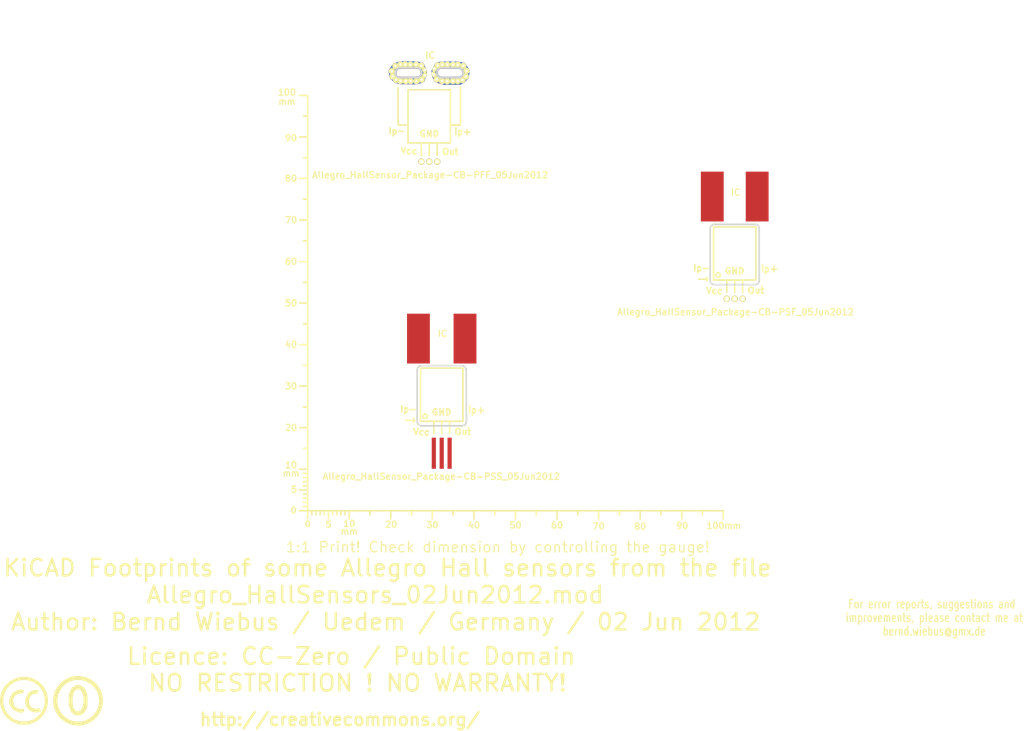
<source format=kicad_pcb>
(kicad_pcb (version 3) (host pcbnew "(2013-03-30 BZR 4007)-stable")

  (general
    (links 0)
    (no_connects 0)
    (area -18.90696 -26.19887 269.953015 173.37278)
    (thickness 1.6002)
    (drawings 28)
    (tracks 0)
    (zones 0)
    (modules 6)
    (nets 1)
  )

  (page A4)
  (layers
    (15 Vorderseite signal)
    (0 Rückseite signal)
    (16 B.Adhes user)
    (17 F.Adhes user)
    (18 B.Paste user)
    (19 F.Paste user)
    (20 B.SilkS user)
    (21 F.SilkS user)
    (22 B.Mask user)
    (23 F.Mask user)
    (24 Dwgs.User user)
    (25 Cmts.User user)
    (26 Eco1.User user)
    (27 Eco2.User user)
    (28 Edge.Cuts user)
  )

  (setup
    (last_trace_width 0.2032)
    (trace_clearance 0.254)
    (zone_clearance 0.508)
    (zone_45_only no)
    (trace_min 0.2032)
    (segment_width 0.381)
    (edge_width 0.381)
    (via_size 0.889)
    (via_drill 0.635)
    (via_min_size 0.889)
    (via_min_drill 0.508)
    (uvia_size 0.508)
    (uvia_drill 0.127)
    (uvias_allowed no)
    (uvia_min_size 0.508)
    (uvia_min_drill 0.127)
    (pcb_text_width 0.3048)
    (pcb_text_size 1.524 2.032)
    (mod_edge_width 0.381)
    (mod_text_size 1.524 1.524)
    (mod_text_width 0.3048)
    (pad_size 1.524 1.524)
    (pad_drill 0.8128)
    (pad_to_mask_clearance 0.254)
    (aux_axis_origin 0 0)
    (visible_elements 7FFFFFFF)
    (pcbplotparams
      (layerselection 3178497)
      (usegerberextensions true)
      (excludeedgelayer true)
      (linewidth 60)
      (plotframeref false)
      (viasonmask false)
      (mode 1)
      (useauxorigin false)
      (hpglpennumber 1)
      (hpglpenspeed 20)
      (hpglpendiameter 15)
      (hpglpenoverlay 0)
      (psnegative false)
      (psa4output false)
      (plotreference true)
      (plotvalue true)
      (plotothertext true)
      (plotinvisibletext false)
      (padsonsilk false)
      (subtractmaskfromsilk false)
      (outputformat 1)
      (mirror false)
      (drillshape 1)
      (scaleselection 1)
      (outputdirectory ""))
  )

  (net 0 "")

  (net_class Default "Dies ist die voreingestellte Netzklasse."
    (clearance 0.254)
    (trace_width 0.2032)
    (via_dia 0.889)
    (via_drill 0.635)
    (uvia_dia 0.508)
    (uvia_drill 0.127)
    (add_net "")
  )

  (module Gauge_100mm_Type2_SilkScreenTop_RevA_Date22Jun2010 (layer Vorderseite) (tedit 4D963937) (tstamp 4D88F07A)
    (at 97.7519 139.7508)
    (descr "Gauge, Massstab, 100mm, SilkScreenTop, Type 2,")
    (tags "Gauge, Massstab, 100mm, SilkScreenTop, Type 2,")
    (path Gauge_100mm_Type2_SilkScreenTop_RevA_Date22Jun2010)
    (fp_text reference MSC (at 4.0005 8.99922) (layer F.SilkS) hide
      (effects (font (size 1.524 1.524) (thickness 0.3048)))
    )
    (fp_text value Gauge_100mm_Type2_SilkScreenTop_RevA_Date22Jun2010 (at 45.9994 8.99922) (layer F.SilkS) hide
      (effects (font (size 1.524 1.524) (thickness 0.3048)))
    )
    (fp_text user mm (at 9.99998 5.00126) (layer F.SilkS)
      (effects (font (size 1.524 1.524) (thickness 0.3048)))
    )
    (fp_text user mm (at -4.0005 -8.99922) (layer F.SilkS)
      (effects (font (size 1.524 1.524) (thickness 0.3048)))
    )
    (fp_text user mm (at -5.00126 -98.5012) (layer F.SilkS)
      (effects (font (size 1.524 1.524) (thickness 0.3048)))
    )
    (fp_text user 10 (at 10.00506 3.0988) (layer F.SilkS)
      (effects (font (size 1.50114 1.50114) (thickness 0.29972)))
    )
    (fp_text user 0 (at 0.00508 3.19786) (layer F.SilkS)
      (effects (font (size 1.39954 1.50114) (thickness 0.29972)))
    )
    (fp_text user 5 (at 5.0038 3.29946) (layer F.SilkS)
      (effects (font (size 1.50114 1.50114) (thickness 0.29972)))
    )
    (fp_text user 20 (at 20.1041 3.29946) (layer F.SilkS)
      (effects (font (size 1.50114 1.50114) (thickness 0.29972)))
    )
    (fp_text user 30 (at 30.00502 3.39852) (layer F.SilkS)
      (effects (font (size 1.50114 1.50114) (thickness 0.29972)))
    )
    (fp_text user 40 (at 40.005 3.50012) (layer F.SilkS)
      (effects (font (size 1.50114 1.50114) (thickness 0.29972)))
    )
    (fp_text user 50 (at 50.00498 3.50012) (layer F.SilkS)
      (effects (font (size 1.50114 1.50114) (thickness 0.29972)))
    )
    (fp_text user 60 (at 60.00496 3.50012) (layer F.SilkS)
      (effects (font (size 1.50114 1.50114) (thickness 0.29972)))
    )
    (fp_text user 70 (at 70.00494 3.70078) (layer F.SilkS)
      (effects (font (size 1.50114 1.50114) (thickness 0.29972)))
    )
    (fp_text user 80 (at 80.00492 3.79984) (layer F.SilkS)
      (effects (font (size 1.50114 1.50114) (thickness 0.29972)))
    )
    (fp_text user 90 (at 90.1065 3.60172) (layer F.SilkS)
      (effects (font (size 1.50114 1.50114) (thickness 0.29972)))
    )
    (fp_text user 100mm (at 100.10648 3.60172) (layer F.SilkS)
      (effects (font (size 1.50114 1.50114) (thickness 0.29972)))
    )
    (fp_line (start 0 -8.99922) (end -1.00076 -8.99922) (layer F.SilkS) (width 0.381))
    (fp_line (start 0 -8.001) (end -1.00076 -8.001) (layer F.SilkS) (width 0.381))
    (fp_line (start 0 -7.00024) (end -1.00076 -7.00024) (layer F.SilkS) (width 0.381))
    (fp_line (start 0 -5.99948) (end -1.00076 -5.99948) (layer F.SilkS) (width 0.381))
    (fp_line (start 0 -4.0005) (end -1.00076 -4.0005) (layer F.SilkS) (width 0.381))
    (fp_line (start 0 -2.99974) (end -1.00076 -2.99974) (layer F.SilkS) (width 0.381))
    (fp_line (start 0 -1.99898) (end -1.00076 -1.99898) (layer F.SilkS) (width 0.381))
    (fp_line (start 0 -1.00076) (end -1.00076 -1.00076) (layer F.SilkS) (width 0.381))
    (fp_line (start 0 0) (end -1.99898 0) (layer F.SilkS) (width 0.381))
    (fp_line (start 0 -5.00126) (end -1.99898 -5.00126) (layer F.SilkS) (width 0.381))
    (fp_line (start 0 -9.99998) (end -1.99898 -9.99998) (layer F.SilkS) (width 0.381))
    (fp_line (start 0 -15.00124) (end -1.00076 -15.00124) (layer F.SilkS) (width 0.381))
    (fp_line (start 0 -19.99996) (end -1.99898 -19.99996) (layer F.SilkS) (width 0.381))
    (fp_line (start 0 -25.00122) (end -1.00076 -25.00122) (layer F.SilkS) (width 0.381))
    (fp_line (start 0 -29.99994) (end -1.99898 -29.99994) (layer F.SilkS) (width 0.381))
    (fp_line (start 0 -35.0012) (end -1.00076 -35.0012) (layer F.SilkS) (width 0.381))
    (fp_line (start 0 -39.99992) (end -1.99898 -39.99992) (layer F.SilkS) (width 0.381))
    (fp_line (start 0 -45.00118) (end -1.00076 -45.00118) (layer F.SilkS) (width 0.381))
    (fp_line (start 0 -49.9999) (end -1.99898 -49.9999) (layer F.SilkS) (width 0.381))
    (fp_line (start 0 -55.00116) (end -1.00076 -55.00116) (layer F.SilkS) (width 0.381))
    (fp_line (start 0 -59.99988) (end -1.99898 -59.99988) (layer F.SilkS) (width 0.381))
    (fp_line (start 0 -65.00114) (end -1.00076 -65.00114) (layer F.SilkS) (width 0.381))
    (fp_line (start 0 -69.99986) (end -1.99898 -69.99986) (layer F.SilkS) (width 0.381))
    (fp_line (start 0 -75.00112) (end -1.00076 -75.00112) (layer F.SilkS) (width 0.381))
    (fp_line (start 0 -79.99984) (end -1.99898 -79.99984) (layer F.SilkS) (width 0.381))
    (fp_line (start 0 -85.0011) (end -1.00076 -85.0011) (layer F.SilkS) (width 0.381))
    (fp_line (start 0 -89.99982) (end -1.99898 -89.99982) (layer F.SilkS) (width 0.381))
    (fp_line (start 0 -95.00108) (end -1.00076 -95.00108) (layer F.SilkS) (width 0.381))
    (fp_line (start 0 0) (end 0 -99.9998) (layer F.SilkS) (width 0.381))
    (fp_line (start 0 -99.9998) (end -1.99898 -99.9998) (layer F.SilkS) (width 0.381))
    (fp_text user 100 (at -4.99872 -100.7491) (layer F.SilkS)
      (effects (font (size 1.50114 1.50114) (thickness 0.29972)))
    )
    (fp_text user 90 (at -4.0005 -89.7509) (layer F.SilkS)
      (effects (font (size 1.50114 1.50114) (thickness 0.29972)))
    )
    (fp_text user 80 (at -4.0005 -79.99984) (layer F.SilkS)
      (effects (font (size 1.50114 1.50114) (thickness 0.29972)))
    )
    (fp_text user 70 (at -4.0005 -69.99986) (layer F.SilkS)
      (effects (font (size 1.50114 1.50114) (thickness 0.29972)))
    )
    (fp_text user 60 (at -4.0005 -59.99988) (layer F.SilkS)
      (effects (font (size 1.50114 1.50114) (thickness 0.29972)))
    )
    (fp_text user 50 (at -4.0005 -49.9999) (layer F.SilkS)
      (effects (font (size 1.50114 1.50114) (thickness 0.34036)))
    )
    (fp_text user 40 (at -4.0005 -39.99992) (layer F.SilkS)
      (effects (font (size 1.50114 1.50114) (thickness 0.29972)))
    )
    (fp_text user 30 (at -4.0005 -29.99994) (layer F.SilkS)
      (effects (font (size 1.50114 1.50114) (thickness 0.29972)))
    )
    (fp_text user 20 (at -4.0005 -19.99996) (layer F.SilkS)
      (effects (font (size 1.50114 1.50114) (thickness 0.29972)))
    )
    (fp_line (start 95.00108 0) (end 95.00108 1.00076) (layer F.SilkS) (width 0.381))
    (fp_line (start 89.99982 0) (end 89.99982 1.99898) (layer F.SilkS) (width 0.381))
    (fp_line (start 85.0011 0) (end 85.0011 1.00076) (layer F.SilkS) (width 0.381))
    (fp_line (start 79.99984 0) (end 79.99984 1.99898) (layer F.SilkS) (width 0.381))
    (fp_line (start 75.00112 0) (end 75.00112 1.00076) (layer F.SilkS) (width 0.381))
    (fp_line (start 69.99986 0) (end 69.99986 1.99898) (layer F.SilkS) (width 0.381))
    (fp_line (start 65.00114 0) (end 65.00114 1.00076) (layer F.SilkS) (width 0.381))
    (fp_line (start 59.99988 0) (end 59.99988 1.99898) (layer F.SilkS) (width 0.381))
    (fp_line (start 55.00116 0) (end 55.00116 1.00076) (layer F.SilkS) (width 0.381))
    (fp_line (start 49.9999 0) (end 49.9999 1.99898) (layer F.SilkS) (width 0.381))
    (fp_line (start 45.00118 0) (end 45.00118 1.00076) (layer F.SilkS) (width 0.381))
    (fp_line (start 39.99992 0) (end 39.99992 1.99898) (layer F.SilkS) (width 0.381))
    (fp_line (start 35.0012 0) (end 35.0012 1.00076) (layer F.SilkS) (width 0.381))
    (fp_line (start 29.99994 0) (end 29.99994 1.99898) (layer F.SilkS) (width 0.381))
    (fp_line (start 25.00122 0) (end 25.00122 1.00076) (layer F.SilkS) (width 0.381))
    (fp_line (start 19.99996 0) (end 19.99996 1.99898) (layer F.SilkS) (width 0.381))
    (fp_line (start 15.00124 0) (end 15.00124 1.00076) (layer F.SilkS) (width 0.381))
    (fp_line (start 9.99998 0) (end 99.9998 0) (layer F.SilkS) (width 0.381))
    (fp_line (start 99.9998 0) (end 99.9998 1.99898) (layer F.SilkS) (width 0.381))
    (fp_text user 5 (at -3.302 -5.10286) (layer F.SilkS)
      (effects (font (size 1.50114 1.50114) (thickness 0.29972)))
    )
    (fp_text user 0 (at -3.4036 -0.10414) (layer F.SilkS)
      (effects (font (size 1.50114 1.50114) (thickness 0.29972)))
    )
    (fp_text user 10 (at -4.0005 -11.00074) (layer F.SilkS)
      (effects (font (size 1.50114 1.50114) (thickness 0.29972)))
    )
    (fp_line (start 8.99922 0) (end 8.99922 1.00076) (layer F.SilkS) (width 0.381))
    (fp_line (start 8.001 0) (end 8.001 1.00076) (layer F.SilkS) (width 0.381))
    (fp_line (start 7.00024 0) (end 7.00024 1.00076) (layer F.SilkS) (width 0.381))
    (fp_line (start 5.99948 0) (end 5.99948 1.00076) (layer F.SilkS) (width 0.381))
    (fp_line (start 4.0005 0) (end 4.0005 1.00076) (layer F.SilkS) (width 0.381))
    (fp_line (start 2.99974 0) (end 2.99974 1.00076) (layer F.SilkS) (width 0.381))
    (fp_line (start 1.99898 0) (end 1.99898 1.00076) (layer F.SilkS) (width 0.381))
    (fp_line (start 1.00076 0) (end 1.00076 1.00076) (layer F.SilkS) (width 0.381))
    (fp_line (start 5.00126 0) (end 5.00126 1.99898) (layer F.SilkS) (width 0.381))
    (fp_line (start 0 0) (end 0 1.99898) (layer F.SilkS) (width 0.381))
    (fp_line (start 0 0) (end 9.99998 0) (layer F.SilkS) (width 0.381))
    (fp_line (start 9.99998 0) (end 9.99998 1.99898) (layer F.SilkS) (width 0.381))
  )

  (module Allegro_HallSensor_Package-CB-PFF_05Jun2012 (layer Vorderseite) (tedit 4FCE8F4F) (tstamp 4FCE8F1D)
    (at 127.00254 45.00118)
    (descr "Allegro, Hallsensor, Through hole, Package CB-PFF,")
    (tags "Allegro, Hallsensor, Through hole, Package CB-PFF,")
    (path IC-provisorisch)
    (fp_text reference IC (at 0.20066 -14.89964) (layer F.SilkS)
      (effects (font (size 1.524 1.524) (thickness 0.3048)))
    )
    (fp_text value Allegro_HallSensor_Package-CB-PFF_05Jun2012 (at 0.20066 13.89888) (layer F.SilkS)
      (effects (font (size 1.524 1.524) (thickness 0.3048)))
    )
    (fp_line (start -3.2004 7.8994) (end -3.50012 7.80034) (layer F.SilkS) (width 0.381))
    (fp_line (start -3.50012 7.80034) (end -3.79984 7.8994) (layer F.SilkS) (width 0.381))
    (fp_line (start -3.79984 7.8994) (end -4.0005 8.30072) (layer F.SilkS) (width 0.381))
    (fp_line (start -4.0005 8.30072) (end -3.79984 8.6995) (layer F.SilkS) (width 0.381))
    (fp_line (start -3.79984 8.6995) (end -3.59918 8.90016) (layer F.SilkS) (width 0.381))
    (fp_line (start -3.59918 8.90016) (end -3.29946 8.6995) (layer F.SilkS) (width 0.381))
    (fp_line (start -4.50088 7.80034) (end -4.8006 7.80034) (layer F.SilkS) (width 0.381))
    (fp_line (start -4.8006 7.80034) (end -5.19938 7.8994) (layer F.SilkS) (width 0.381))
    (fp_line (start -5.19938 7.8994) (end -5.30098 8.39978) (layer F.SilkS) (width 0.381))
    (fp_line (start -5.30098 8.39978) (end -5.10032 8.8011) (layer F.SilkS) (width 0.381))
    (fp_line (start -5.10032 8.8011) (end -4.8006 8.8011) (layer F.SilkS) (width 0.381))
    (fp_line (start -4.8006 8.8011) (end -4.59994 8.6995) (layer F.SilkS) (width 0.381))
    (fp_line (start -6.70052 7.29996) (end -6.20014 8.60044) (layer F.SilkS) (width 0.381))
    (fp_line (start -6.20014 8.60044) (end -5.69976 7.29996) (layer F.SilkS) (width 0.381))
    (fp_line (start 6.90118 8.001) (end 6.2992 8.001) (layer F.SilkS) (width 0.381))
    (fp_line (start 6.49986 7.39902) (end 6.49986 8.90016) (layer F.SilkS) (width 0.381))
    (fp_line (start 6.49986 8.90016) (end 6.70052 8.99922) (layer F.SilkS) (width 0.381))
    (fp_line (start 6.70052 8.99922) (end 6.90118 8.99922) (layer F.SilkS) (width 0.381))
    (fp_line (start 5.19938 8.001) (end 5.19938 8.90016) (layer F.SilkS) (width 0.381))
    (fp_line (start 5.19938 8.90016) (end 5.4991 8.99922) (layer F.SilkS) (width 0.381))
    (fp_line (start 5.4991 8.99922) (end 5.79882 8.90016) (layer F.SilkS) (width 0.381))
    (fp_line (start 5.79882 8.90016) (end 5.79882 8.001) (layer F.SilkS) (width 0.381))
    (fp_line (start 4.0005 7.50062) (end 3.79984 7.50062) (layer F.SilkS) (width 0.381))
    (fp_line (start 3.79984 7.50062) (end 3.50012 7.69874) (layer F.SilkS) (width 0.381))
    (fp_line (start 3.50012 7.69874) (end 3.40106 8.30072) (layer F.SilkS) (width 0.381))
    (fp_line (start 3.40106 8.30072) (end 3.50012 8.6995) (layer F.SilkS) (width 0.381))
    (fp_line (start 3.50012 8.6995) (end 3.79984 8.99922) (layer F.SilkS) (width 0.381))
    (fp_line (start 3.79984 8.99922) (end 4.20116 8.99922) (layer F.SilkS) (width 0.381))
    (fp_line (start 4.20116 8.99922) (end 4.39928 8.6995) (layer F.SilkS) (width 0.381))
    (fp_line (start 4.39928 8.6995) (end 4.50088 8.10006) (layer F.SilkS) (width 0.381))
    (fp_line (start 4.50088 8.10006) (end 4.39928 7.69874) (layer F.SilkS) (width 0.381))
    (fp_line (start 4.39928 7.69874) (end 4.0005 7.50062) (layer F.SilkS) (width 0.381))
    (fp_line (start 9.10082 2.99974) (end 9.10082 4.20116) (layer F.SilkS) (width 0.381))
    (fp_line (start 9.70026 3.59918) (end 8.49884 3.59918) (layer F.SilkS) (width 0.381))
    (fp_line (start 7.0993 3.2004) (end 7.50062 3.2004) (layer F.SilkS) (width 0.381))
    (fp_line (start 7.50062 3.2004) (end 7.80034 3.40106) (layer F.SilkS) (width 0.381))
    (fp_line (start 7.80034 3.40106) (end 7.80034 3.8989) (layer F.SilkS) (width 0.381))
    (fp_line (start 7.80034 3.8989) (end 7.59968 4.20116) (layer F.SilkS) (width 0.381))
    (fp_line (start 7.59968 4.20116) (end 7.2009 4.20116) (layer F.SilkS) (width 0.381))
    (fp_line (start 7.0993 3.2004) (end 7.0993 4.699) (layer F.SilkS) (width 0.381))
    (fp_line (start 6.4008 2.60096) (end 6.4008 4.20116) (layer F.SilkS) (width 0.381))
    (fp_line (start 1.19888 3.2004) (end 1.19888 4.699) (layer F.SilkS) (width 0.381))
    (fp_line (start 1.19888 4.699) (end 1.69926 4.59994) (layer F.SilkS) (width 0.381))
    (fp_line (start 1.69926 4.59994) (end 1.99898 4.09956) (layer F.SilkS) (width 0.381))
    (fp_line (start 1.99898 4.09956) (end 1.99898 3.59918) (layer F.SilkS) (width 0.381))
    (fp_line (start 1.99898 3.59918) (end 1.69926 3.29946) (layer F.SilkS) (width 0.381))
    (fp_line (start 1.69926 3.29946) (end 1.19888 3.2004) (layer F.SilkS) (width 0.381))
    (fp_line (start -0.39878 4.699) (end -0.39878 3.2004) (layer F.SilkS) (width 0.381))
    (fp_line (start -0.39878 3.2004) (end 0.39878 4.699) (layer F.SilkS) (width 0.381))
    (fp_line (start 0.39878 4.699) (end 0.39878 3.2004) (layer F.SilkS) (width 0.381))
    (fp_line (start -1.19888 3.29946) (end -1.30048 3.2004) (layer F.SilkS) (width 0.381))
    (fp_line (start -1.30048 3.2004) (end -1.69926 3.2004) (layer F.SilkS) (width 0.381))
    (fp_line (start -1.69926 3.2004) (end -1.99898 3.59918) (layer F.SilkS) (width 0.381))
    (fp_line (start -1.99898 3.59918) (end -2.10058 4.09956) (layer F.SilkS) (width 0.381))
    (fp_line (start -2.10058 4.09956) (end -1.80086 4.50088) (layer F.SilkS) (width 0.381))
    (fp_line (start -1.80086 4.50088) (end -1.39954 4.699) (layer F.SilkS) (width 0.381))
    (fp_line (start -1.39954 4.699) (end -1.19888 4.59994) (layer F.SilkS) (width 0.381))
    (fp_line (start -1.19888 4.59994) (end -1.19888 4.0005) (layer F.SilkS) (width 0.381))
    (fp_line (start -1.19888 4.0005) (end -1.50114 4.0005) (layer F.SilkS) (width 0.381))
    (fp_line (start -6.20014 3.40106) (end -7.29996 3.40106) (layer F.SilkS) (width 0.381))
    (fp_line (start -8.6995 2.99974) (end -8.30072 2.99974) (layer F.SilkS) (width 0.381))
    (fp_line (start -8.30072 2.99974) (end -8.10006 3.0988) (layer F.SilkS) (width 0.381))
    (fp_line (start -8.10006 3.0988) (end -8.001 3.29946) (layer F.SilkS) (width 0.381))
    (fp_line (start -8.001 3.29946) (end -8.001 3.79984) (layer F.SilkS) (width 0.381))
    (fp_line (start -8.001 3.79984) (end -8.19912 4.0005) (layer F.SilkS) (width 0.381))
    (fp_line (start -8.19912 4.0005) (end -8.6995 4.0005) (layer F.SilkS) (width 0.381))
    (fp_line (start -8.6995 2.99974) (end -8.6995 4.50088) (layer F.SilkS) (width 0.381))
    (fp_line (start -9.40054 2.49936) (end -9.40054 4.0005) (layer F.SilkS) (width 0.381))
    (fp_line (start -5.10032 1.89992) (end -7.50062 1.89992) (layer F.SilkS) (width 0.381))
    (fp_line (start -7.50062 1.89992) (end -7.50062 -7.0993) (layer F.SilkS) (width 0.381))
    (fp_line (start 5.10032 1.89992) (end 7.50062 1.89992) (layer F.SilkS) (width 0.381))
    (fp_line (start 7.50062 1.89992) (end 7.50062 -7.29996) (layer F.SilkS) (width 0.381))
    (fp_line (start 1.89992 6.20014) (end 1.89992 9.19988) (layer F.SilkS) (width 0.381))
    (fp_line (start -1.89992 6.20014) (end -1.89992 9.19988) (layer F.SilkS) (width 0.381))
    (fp_line (start 0 6.20014) (end 0 9.19988) (layer F.SilkS) (width 0.381))
    (fp_line (start -5.10032 -6.59892) (end 5.10032 -6.59892) (layer F.SilkS) (width 0.381))
    (fp_line (start 5.10032 -6.59892) (end 5.10032 6.20014) (layer F.SilkS) (width 0.381))
    (fp_line (start 5.10032 6.20014) (end -5.10032 6.20014) (layer F.SilkS) (width 0.381))
    (fp_line (start -5.10032 6.20014) (end -5.10032 -6.59892) (layer F.SilkS) (width 0.381))
    (fp_line (start -3.64998 -8.30072) (end -3.8989 -8.34898) (layer Vorderseite) (width 0.381))
    (fp_line (start -3.8989 -8.34898) (end -3.62458 -8.30072) (layer Rückseite) (width 0.381))
    (fp_line (start -8.7249 -12.02436) (end -8.90016 -11.72464) (layer Vorderseite) (width 0.381))
    (fp_line (start -8.90016 -11.72464) (end -8.6995 -12.02436) (layer Rückseite) (width 0.381))
    (fp_line (start -3.64998 -13.07592) (end -4.12496 -13.07592) (layer Vorderseite) (width 0.381))
    (fp_line (start -4.15036 -13.07592) (end -3.59918 -13.07592) (layer Rückseite) (width 0.381))
    (fp_line (start -0.7747 -11.00074) (end -0.8001 -10.54862) (layer Vorderseite) (width 0.381))
    (fp_line (start -1.09982 -9.525) (end -1.27508 -8.7757) (layer Vorderseite) (width 0.381))
    (fp_line (start -1.27508 -8.7757) (end -1.5494 -8.54964) (layer Vorderseite) (width 0.381))
    (fp_line (start -1.5494 -8.54964) (end -2.87528 -8.15086) (layer Vorderseite) (width 0.381))
    (fp_line (start -2.87528 -8.15086) (end -3.07594 -8.10006) (layer Vorderseite) (width 0.381))
    (fp_line (start -3.07594 -8.10006) (end -6.87578 -8.15086) (layer Vorderseite) (width 0.381))
    (fp_line (start -6.87578 -8.15086) (end -8.10006 -8.45058) (layer Vorderseite) (width 0.381))
    (fp_line (start -8.10006 -8.45058) (end -8.42518 -8.65124) (layer Vorderseite) (width 0.381))
    (fp_line (start -8.42518 -8.65124) (end -9.22528 -9.42594) (layer Vorderseite) (width 0.381))
    (fp_line (start -9.22528 -9.42594) (end -9.37514 -9.72566) (layer Vorderseite) (width 0.381))
    (fp_line (start -9.37514 -9.72566) (end -9.5504 -10.94994) (layer Vorderseite) (width 0.381))
    (fp_line (start -9.5504 -10.94994) (end -9.4996 -11.32586) (layer Vorderseite) (width 0.381))
    (fp_line (start -9.4996 -11.32586) (end -8.6741 -12.52474) (layer Vorderseite) (width 0.381))
    (fp_line (start -8.6741 -12.52474) (end -8.47598 -12.7762) (layer Vorderseite) (width 0.381))
    (fp_line (start -8.47598 -12.7762) (end -7.02564 -13.25118) (layer Vorderseite) (width 0.381))
    (fp_line (start -7.02564 -13.25118) (end -3.1496 -13.25118) (layer Vorderseite) (width 0.381))
    (fp_line (start -3.1496 -13.25118) (end -1.69926 -12.94892) (layer Vorderseite) (width 0.381))
    (fp_line (start -1.69926 -12.94892) (end -1.42494 -12.6492) (layer Vorderseite) (width 0.381))
    (fp_line (start -1.42494 -12.6492) (end -1.12522 -11.9253) (layer Vorderseite) (width 0.381))
    (fp_line (start -1.27508 -8.7757) (end -1.45034 -8.62584) (layer Rückseite) (width 0.381))
    (fp_line (start -1.45034 -8.62584) (end -2.92608 -8.15086) (layer Rückseite) (width 0.381))
    (fp_line (start -2.92608 -8.15086) (end -3.07594 -8.10006) (layer Rückseite) (width 0.381))
    (fp_line (start -3.07594 -8.10006) (end -7.05104 -8.17626) (layer Rückseite) (width 0.381))
    (fp_line (start -7.05104 -8.17626) (end -8.15086 -8.47598) (layer Rückseite) (width 0.381))
    (fp_line (start -8.15086 -8.47598) (end -8.47598 -8.7249) (layer Rückseite) (width 0.381))
    (fp_line (start -8.47598 -8.7249) (end -9.25068 -9.4742) (layer Rückseite) (width 0.381))
    (fp_line (start -9.25068 -9.4742) (end -9.40054 -9.79932) (layer Rückseite) (width 0.381))
    (fp_line (start -9.40054 -9.79932) (end -9.5504 -10.94994) (layer Rückseite) (width 0.381))
    (fp_line (start -9.5504 -10.94994) (end -9.525 -11.30046) (layer Rückseite) (width 0.381))
    (fp_line (start -9.525 -11.30046) (end -8.65124 -12.55014) (layer Rückseite) (width 0.381))
    (fp_line (start -8.65124 -12.55014) (end -8.42518 -12.79906) (layer Rückseite) (width 0.381))
    (fp_line (start -8.42518 -12.79906) (end -7.02564 -13.25118) (layer Rückseite) (width 0.381))
    (fp_line (start -1.32588 -8.87476) (end -1.07442 -9.5504) (layer Rückseite) (width 0.381))
    (fp_line (start -0.7493 -11.00074) (end -0.7747 -10.52576) (layer Rückseite) (width 0.381))
    (fp_line (start -7.00024 -13.27404) (end -5.72516 -13.27404) (layer Rückseite) (width 0.381))
    (fp_line (start -5.72516 -13.27404) (end -3.1242 -13.25118) (layer Rückseite) (width 0.381))
    (fp_line (start -3.1242 -13.25118) (end -1.67386 -12.92606) (layer Rückseite) (width 0.381))
    (fp_line (start -1.67386 -12.92606) (end -1.42494 -12.6492) (layer Rückseite) (width 0.381))
    (fp_line (start -1.42494 -12.6492) (end -1.12522 -11.9253) (layer Rückseite) (width 0.381))
    (fp_line (start 1.24968 -12.19962) (end 1.5748 -12.82446) (layer Rückseite) (width 0.381))
    (fp_line (start 1.5748 -12.82446) (end 1.72466 -12.94892) (layer Rückseite) (width 0.381))
    (fp_line (start 1.72466 -12.94892) (end 3.07594 -13.25118) (layer Rückseite) (width 0.381))
    (fp_line (start 0.7239 -10.67562) (end 0.7747 -11.30046) (layer Rückseite) (width 0.381))
    (fp_line (start 3.07594 -13.25118) (end 6.92404 -13.20038) (layer Rückseite) (width 0.381))
    (fp_line (start 6.92404 -13.20038) (end 8.45058 -12.90066) (layer Rückseite) (width 0.381))
    (fp_line (start 8.45058 -12.90066) (end 9.525 -11.32586) (layer Rückseite) (width 0.381))
    (fp_line (start 9.525 -11.32586) (end 9.37514 -9.70026) (layer Rückseite) (width 0.381))
    (fp_line (start 9.37514 -9.70026) (end 9.32434 -9.5504) (layer Rückseite) (width 0.381))
    (fp_line (start 9.32434 -9.5504) (end 8.30072 -8.47598) (layer Rückseite) (width 0.381))
    (fp_line (start 8.30072 -8.47598) (end 7.47522 -8.04926) (layer Rückseite) (width 0.381))
    (fp_line (start 7.47522 -8.04926) (end 3.52552 -8.02386) (layer Rückseite) (width 0.381))
    (fp_line (start 3.52552 -8.02386) (end 1.5494 -8.65124) (layer Rückseite) (width 0.381))
    (fp_line (start 1.5494 -8.65124) (end 1.30048 -8.90016) (layer Rückseite) (width 0.381))
    (fp_line (start 1.30048 -8.90016) (end 0.97536 -9.72566) (layer Rückseite) (width 0.381))
    (fp_line (start 2.67462 -8.45058) (end 2.10058 -8.62584) (layer Vorderseite) (width 0.381))
    (fp_line (start 2.10058 -8.62584) (end 2.60096 -8.45058) (layer Rückseite) (width 0.381))
    (fp_line (start 5.30098 -8.19912) (end 4.65074 -8.22452) (layer Vorderseite) (width 0.381))
    (fp_line (start 4.65074 -8.22452) (end 5.30098 -8.19912) (layer Rückseite) (width 0.381))
    (fp_line (start 7.72414 -8.34898) (end 7.1247 -8.17626) (layer Vorderseite) (width 0.381))
    (fp_line (start 7.1247 -8.17626) (end 7.72414 -8.34898) (layer Rückseite) (width 0.381))
    (fp_line (start 4.699 -13.02512) (end 5.40004 -13.02512) (layer Vorderseite) (width 0.381))
    (fp_line (start 5.40004 -13.02258) (end 4.6736 -13.02258) (layer Rückseite) (width 0.381))
    (fp_line (start 0.92456 -9.77392) (end 1.37414 -8.7503) (layer Vorderseite) (width 0.381))
    (fp_line (start 1.37414 -8.7503) (end 2.22504 -8.37438) (layer Vorderseite) (width 0.381))
    (fp_line (start 0.7747 -11.30046) (end 0.7239 -10.62482) (layer Vorderseite) (width 0.381))
    (fp_line (start 2.22504 -8.37438) (end 3.52552 -8.02386) (layer Vorderseite) (width 0.381))
    (fp_line (start 3.52552 -8.02386) (end 7.44982 -8.02386) (layer Vorderseite) (width 0.381))
    (fp_line (start 7.44982 -8.02386) (end 8.32612 -8.49884) (layer Vorderseite) (width 0.381))
    (fp_line (start 8.32612 -8.49884) (end 9.29894 -9.525) (layer Vorderseite) (width 0.381))
    (fp_line (start 9.29894 -9.525) (end 9.525 -11.19886) (layer Vorderseite) (width 0.381))
    (fp_line (start 9.525 -11.19886) (end 8.60044 -12.6746) (layer Vorderseite) (width 0.381))
    (fp_line (start 8.60044 -12.6746) (end 8.42518 -12.90066) (layer Vorderseite) (width 0.381))
    (fp_line (start 8.42518 -12.90066) (end 6.87578 -13.20038) (layer Vorderseite) (width 0.381))
    (fp_line (start 6.87578 -13.20038) (end 5.72516 -13.22578) (layer Vorderseite) (width 0.381))
    (fp_line (start 5.72516 -13.22578) (end 4.32562 -13.25118) (layer Vorderseite) (width 0.381))
    (fp_line (start 4.32562 -13.25118) (end 3.05054 -13.22578) (layer Vorderseite) (width 0.381))
    (fp_line (start 3.05054 -13.22578) (end 1.77546 -12.97432) (layer Vorderseite) (width 0.381))
    (fp_line (start 1.77546 -12.97432) (end 1.27508 -12.19962) (layer Vorderseite) (width 0.381))
    (fp_line (start 2.77622 -12.14882) (end 7.22376 -12.04976) (layer Rückseite) (width 0.381))
    (fp_line (start 7.22376 -12.04976) (end 8.22452 -11.60018) (layer Rückseite) (width 0.381))
    (fp_line (start 8.22452 -11.60018) (end 8.45058 -10.50036) (layer Rückseite) (width 0.381))
    (fp_line (start 8.45058 -10.50036) (end 8.19912 -9.85012) (layer Rückseite) (width 0.381))
    (fp_line (start 8.19912 -9.85012) (end 7.59968 -9.42594) (layer Rückseite) (width 0.381))
    (fp_line (start 7.59968 -9.42594) (end 6.17474 -9.27608) (layer Rückseite) (width 0.381))
    (fp_line (start 6.17474 -9.27608) (end 4.59994 -9.25068) (layer Rückseite) (width 0.381))
    (fp_line (start 4.59994 -9.25068) (end 2.62382 -9.32434) (layer Rückseite) (width 0.381))
    (fp_line (start 2.62382 -9.32434) (end 1.75006 -9.92378) (layer Rückseite) (width 0.381))
    (fp_line (start 1.75006 -9.92378) (end 1.45034 -10.89914) (layer Rückseite) (width 0.381))
    (fp_line (start 1.45034 -10.89914) (end 1.95072 -11.67384) (layer Rückseite) (width 0.381))
    (fp_line (start 1.95072 -11.67384) (end 2.77622 -12.14882) (layer Rückseite) (width 0.381))
    (fp_line (start 2.99974 -11.8999) (end 7.00024 -11.8491) (layer Rückseite) (width 0.381))
    (fp_line (start 7.00024 -11.8491) (end 7.65048 -11.72464) (layer Rückseite) (width 0.381))
    (fp_line (start 7.65048 -11.72464) (end 7.9756 -11.35126) (layer Rückseite) (width 0.381))
    (fp_line (start 7.9756 -11.35126) (end 8.17626 -10.80008) (layer Rückseite) (width 0.381))
    (fp_line (start 8.17626 -10.80008) (end 8.15086 -10.3251) (layer Rückseite) (width 0.381))
    (fp_line (start 8.15086 -10.3251) (end 7.874 -9.90092) (layer Rückseite) (width 0.381))
    (fp_line (start 7.874 -9.90092) (end 7.29996 -9.5504) (layer Rückseite) (width 0.381))
    (fp_line (start 7.29996 -9.5504) (end 2.75082 -9.525) (layer Rückseite) (width 0.381))
    (fp_line (start 2.75082 -9.525) (end 2.27584 -9.79932) (layer Rückseite) (width 0.381))
    (fp_line (start 2.27584 -9.79932) (end 1.92532 -10.22604) (layer Rückseite) (width 0.381))
    (fp_line (start 1.92532 -10.22604) (end 1.84912 -10.85088) (layer Rückseite) (width 0.381))
    (fp_line (start 1.84912 -10.85088) (end 1.99898 -11.37412) (layer Rückseite) (width 0.381))
    (fp_line (start 1.99898 -11.37412) (end 2.4511 -11.75004) (layer Rückseite) (width 0.381))
    (fp_line (start 2.4511 -11.75004) (end 2.99974 -11.9253) (layer Rückseite) (width 0.381))
    (fp_line (start -7.27456 -12.07516) (end -5.95122 -12.10056) (layer Rückseite) (width 0.381))
    (fp_line (start -5.95122 -12.10056) (end -3.42392 -12.14882) (layer Rückseite) (width 0.381))
    (fp_line (start -3.42392 -12.14882) (end -2.47396 -12.04976) (layer Rückseite) (width 0.381))
    (fp_line (start -2.47396 -12.04976) (end -1.99898 -11.65098) (layer Rückseite) (width 0.381))
    (fp_line (start -1.99898 -11.65098) (end -1.47574 -10.85088) (layer Rückseite) (width 0.381))
    (fp_line (start -1.47574 -10.85088) (end -1.92532 -9.87552) (layer Rückseite) (width 0.381))
    (fp_line (start -1.92532 -9.87552) (end -2.3241 -9.42594) (layer Rückseite) (width 0.381))
    (fp_line (start -2.3241 -9.42594) (end -3.9497 -9.19988) (layer Rückseite) (width 0.381))
    (fp_line (start -3.9497 -9.19988) (end -6.85038 -9.32434) (layer Rückseite) (width 0.381))
    (fp_line (start -6.85038 -9.32434) (end -7.50062 -9.5504) (layer Rückseite) (width 0.381))
    (fp_line (start -7.50062 -9.5504) (end -8.10006 -10.02538) (layer Rückseite) (width 0.381))
    (fp_line (start -8.10006 -10.02538) (end -8.37438 -10.3251) (layer Rückseite) (width 0.381))
    (fp_line (start -8.37438 -10.3251) (end -8.30072 -11.37412) (layer Rückseite) (width 0.381))
    (fp_line (start -8.30072 -11.37412) (end -7.42442 -12.12596) (layer Rückseite) (width 0.381))
    (fp_line (start -7.42442 -12.12596) (end -6.25094 -12.12596) (layer Rückseite) (width 0.381))
    (fp_line (start -7.0993 -11.8999) (end -2.92608 -11.8999) (layer Rückseite) (width 0.381))
    (fp_line (start -2.92608 -11.8999) (end -2.47396 -11.77544) (layer Rückseite) (width 0.381))
    (fp_line (start -2.47396 -11.77544) (end -2.14884 -11.54938) (layer Rückseite) (width 0.381))
    (fp_line (start -2.14884 -11.54938) (end -1.92532 -11.19886) (layer Rückseite) (width 0.381))
    (fp_line (start -1.92532 -11.19886) (end -1.82626 -10.82548) (layer Rückseite) (width 0.381))
    (fp_line (start -1.82626 -10.82548) (end -1.82626 -10.42416) (layer Rückseite) (width 0.381))
    (fp_line (start -1.82626 -10.42416) (end -1.99898 -10.07618) (layer Rückseite) (width 0.381))
    (fp_line (start -1.99898 -10.07618) (end -2.30124 -9.79932) (layer Rückseite) (width 0.381))
    (fp_line (start -2.30124 -9.79932) (end -2.62382 -9.62406) (layer Rückseite) (width 0.381))
    (fp_line (start -2.62382 -9.62406) (end -3.1242 -9.5504) (layer Rückseite) (width 0.381))
    (fp_line (start -3.1242 -9.5504) (end -7.1755 -9.525) (layer Rückseite) (width 0.381))
    (fp_line (start -7.1755 -9.525) (end -7.59968 -9.62406) (layer Rückseite) (width 0.381))
    (fp_line (start -7.59968 -9.62406) (end -7.9248 -9.94918) (layer Rückseite) (width 0.381))
    (fp_line (start -7.9248 -9.94918) (end -8.10006 -10.39876) (layer Rückseite) (width 0.381))
    (fp_line (start -8.10006 -10.39876) (end -8.15086 -10.87374) (layer Rückseite) (width 0.381))
    (fp_line (start -8.15086 -10.87374) (end -7.9756 -11.30046) (layer Rückseite) (width 0.381))
    (fp_line (start -7.9756 -11.30046) (end -7.69874 -11.60018) (layer Rückseite) (width 0.381))
    (fp_line (start -7.69874 -11.60018) (end -7.35076 -11.82624) (layer Rückseite) (width 0.381))
    (fp_line (start -7.35076 -11.82624) (end -6.79958 -11.8999) (layer Rückseite) (width 0.381))
    (fp_line (start -6.79958 -11.8999) (end -6.82498 -11.8999) (layer Rückseite) (width 0.381))
    (fp_line (start -7.1247 -11.8745) (end -2.79908 -11.8745) (layer Vorderseite) (width 0.381))
    (fp_line (start -2.79908 -11.8745) (end -2.3749 -11.72464) (layer Vorderseite) (width 0.381))
    (fp_line (start -2.3749 -11.72464) (end -2.07518 -11.45032) (layer Vorderseite) (width 0.381))
    (fp_line (start -2.07518 -11.45032) (end -1.87452 -11.02614) (layer Vorderseite) (width 0.381))
    (fp_line (start -1.87452 -11.02614) (end -1.82626 -10.47496) (layer Vorderseite) (width 0.381))
    (fp_line (start -1.82626 -10.47496) (end -2.04978 -10.02538) (layer Vorderseite) (width 0.381))
    (fp_line (start -2.04978 -10.02538) (end -2.3241 -9.79932) (layer Vorderseite) (width 0.381))
    (fp_line (start -2.3241 -9.79932) (end -2.62382 -9.62406) (layer Vorderseite) (width 0.381))
    (fp_line (start -2.62382 -9.62406) (end -2.94894 -9.5504) (layer Vorderseite) (width 0.381))
    (fp_line (start -2.94894 -9.5504) (end -7.1755 -9.5504) (layer Vorderseite) (width 0.381))
    (fp_line (start -7.1755 -9.5504) (end -7.72414 -9.72566) (layer Vorderseite) (width 0.381))
    (fp_line (start -7.72414 -9.72566) (end -8.001 -10.12444) (layer Vorderseite) (width 0.381))
    (fp_line (start -8.001 -10.12444) (end -8.12546 -10.52576) (layer Vorderseite) (width 0.381))
    (fp_line (start -8.12546 -10.52576) (end -8.10006 -11.049) (layer Vorderseite) (width 0.381))
    (fp_line (start -8.10006 -11.049) (end -7.85114 -11.45032) (layer Vorderseite) (width 0.381))
    (fp_line (start -7.85114 -11.45032) (end -7.52602 -11.77544) (layer Vorderseite) (width 0.381))
    (fp_line (start -7.52602 -11.77544) (end -7.0739 -11.8745) (layer Vorderseite) (width 0.381))
    (fp_line (start 8.17626 -11.00074) (end 7.9756 -11.39952) (layer Rückseite) (width 0.381))
    (fp_line (start 7.9756 -11.39952) (end 7.77494 -11.60018) (layer Rückseite) (width 0.381))
    (fp_line (start 7.77494 -11.60018) (end 7.47522 -11.75004) (layer Rückseite) (width 0.381))
    (fp_line (start 7.47522 -11.75004) (end 7.0993 -11.8491) (layer Rückseite) (width 0.381))
    (fp_line (start 7.0993 -11.8491) (end 6.12394 -11.8745) (layer Rückseite) (width 0.381))
    (fp_line (start 6.12394 -11.8745) (end 5.30098 -11.8745) (layer Vorderseite) (width 0.381))
    (fp_line (start 5.30098 -11.8745) (end 4.22402 -11.8745) (layer Vorderseite) (width 0.381))
    (fp_line (start 4.22402 -11.8745) (end 3.57378 -11.8745) (layer Vorderseite) (width 0.381))
    (fp_line (start 3.57378 -11.8745) (end 2.97434 -11.8745) (layer Vorderseite) (width 0.381))
    (fp_line (start 2.97434 -11.8745) (end 2.55016 -11.82624) (layer Vorderseite) (width 0.381))
    (fp_line (start 2.55016 -11.82624) (end 2.3241 -11.65098) (layer Vorderseite) (width 0.381))
    (fp_line (start 2.3241 -11.65098) (end 2.02438 -11.37412) (layer Vorderseite) (width 0.381))
    (fp_line (start 2.02438 -11.37412) (end 1.84912 -11.00074) (layer Vorderseite) (width 0.381))
    (fp_line (start 1.84912 -11.00074) (end 1.84912 -10.62482) (layer Vorderseite) (width 0.381))
    (fp_line (start 1.84912 -10.62482) (end 1.92532 -10.22604) (layer Vorderseite) (width 0.381))
    (fp_line (start 1.92532 -10.22604) (end 2.14884 -9.92378) (layer Vorderseite) (width 0.381))
    (fp_line (start 2.14884 -9.92378) (end 2.49936 -9.64946) (layer Vorderseite) (width 0.381))
    (fp_line (start 2.49936 -9.64946) (end 2.79908 -9.5504) (layer Vorderseite) (width 0.381))
    (fp_line (start 2.79908 -9.5504) (end 3.85064 -9.525) (layer Vorderseite) (width 0.381))
    (fp_line (start 3.85064 -9.525) (end 6.3246 -9.5504) (layer Vorderseite) (width 0.381))
    (fp_line (start 6.3246 -9.5504) (end 7.24916 -9.525) (layer Vorderseite) (width 0.381))
    (fp_line (start 7.24916 -9.525) (end 7.74954 -9.77392) (layer Vorderseite) (width 0.381))
    (fp_line (start 7.74954 -9.77392) (end 8.15086 -10.2743) (layer Vorderseite) (width 0.381))
    (fp_line (start 8.15086 -10.2743) (end 8.17626 -10.80008) (layer Vorderseite) (width 0.381))
    (fp_line (start 8.17626 -10.80008) (end 7.9502 -11.47572) (layer Vorderseite) (width 0.381))
    (fp_line (start 7.9502 -11.47572) (end 7.57428 -11.67384) (layer Vorderseite) (width 0.381))
    (fp_line (start 7.57428 -11.67384) (end 7.44982 -11.9761) (layer Vorderseite) (width 0.381))
    (fp_line (start 7.44982 -11.9761) (end 5.45084 -12.02436) (layer Vorderseite) (width 0.381))
    (fp_line (start 5.45084 -12.02436) (end 4.97586 -12.12596) (layer Vorderseite) (width 0.381))
    (fp_line (start 4.97586 -12.12596) (end 3.72618 -12.04976) (layer Vorderseite) (width 0.381))
    (fp_line (start 3.72618 -12.04976) (end 2.75082 -12.07516) (layer Vorderseite) (width 0.381))
    (fp_line (start 2.75082 -12.07516) (end 1.92532 -11.65098) (layer Vorderseite) (width 0.381))
    (fp_line (start 1.92532 -11.65098) (end 1.47574 -10.87374) (layer Vorderseite) (width 0.381))
    (fp_line (start 1.47574 -10.87374) (end 1.80086 -9.87552) (layer Vorderseite) (width 0.381))
    (fp_line (start 1.80086 -9.87552) (end 2.62382 -9.32434) (layer Vorderseite) (width 0.381))
    (fp_line (start 2.62382 -9.32434) (end 4.04876 -9.29894) (layer Vorderseite) (width 0.381))
    (fp_line (start 4.04876 -9.29894) (end 5.32384 -9.25068) (layer Vorderseite) (width 0.381))
    (fp_line (start 5.32384 -9.25068) (end 7.39902 -9.32434) (layer Vorderseite) (width 0.381))
    (fp_line (start 7.39902 -9.32434) (end 8.15086 -9.77392) (layer Vorderseite) (width 0.381))
    (fp_line (start 8.15086 -9.77392) (end 8.49884 -10.52576) (layer Vorderseite) (width 0.381))
    (fp_line (start 8.49884 -10.52576) (end 8.17626 -11.52398) (layer Vorderseite) (width 0.381))
    (fp_line (start 8.17626 -11.52398) (end 7.59968 -11.9253) (layer Vorderseite) (width 0.381))
    (fp_line (start 7.59968 -11.9253) (end 7.50062 -11.8999) (layer Vorderseite) (width 0.381))
    (fp_line (start 6.97484 -11.8745) (end 2.97434 -11.8999) (layer Edge.Cuts) (width 0.381))
    (fp_line (start 1.80086 -10.65022) (end 1.82626 -10.44956) (layer Edge.Cuts) (width 0.381))
    (fp_line (start 1.82626 -10.44956) (end 1.87452 -10.3251) (layer Edge.Cuts) (width 0.381))
    (fp_line (start 1.87452 -10.3251) (end 1.92532 -10.20064) (layer Edge.Cuts) (width 0.381))
    (fp_line (start 1.92532 -10.20064) (end 1.97612 -10.09904) (layer Edge.Cuts) (width 0.381))
    (fp_line (start 1.97612 -10.09904) (end 2.04978 -9.97458) (layer Edge.Cuts) (width 0.381))
    (fp_line (start 2.04978 -9.97458) (end 2.12598 -9.87552) (layer Edge.Cuts) (width 0.381))
    (fp_line (start 2.12598 -9.87552) (end 2.22504 -9.77392) (layer Edge.Cuts) (width 0.381))
    (fp_line (start 2.22504 -9.77392) (end 2.3495 -9.70026) (layer Edge.Cuts) (width 0.381))
    (fp_line (start 2.3495 -9.70026) (end 2.4511 -9.62406) (layer Edge.Cuts) (width 0.381))
    (fp_line (start 2.4511 -9.62406) (end 2.60096 -9.5758) (layer Edge.Cuts) (width 0.381))
    (fp_line (start 2.60096 -9.5758) (end 2.77622 -9.4996) (layer Edge.Cuts) (width 0.381))
    (fp_line (start 2.77622 -9.4996) (end 2.84988 -9.4996) (layer Edge.Cuts) (width 0.381))
    (fp_line (start 2.84988 -9.4996) (end 3.02514 -9.4996) (layer Edge.Cuts) (width 0.381))
    (fp_line (start 3.02514 -9.4996) (end 7.02564 -9.4996) (layer Edge.Cuts) (width 0.381))
    (fp_line (start 1.80086 -10.67562) (end 1.82626 -10.87374) (layer Edge.Cuts) (width 0.381))
    (fp_line (start 1.82626 -10.87374) (end 1.92532 -11.27506) (layer Edge.Cuts) (width 0.381))
    (fp_line (start 1.92532 -11.27506) (end 1.99898 -11.39952) (layer Edge.Cuts) (width 0.381))
    (fp_line (start 1.99898 -11.39952) (end 2.17424 -11.54938) (layer Edge.Cuts) (width 0.381))
    (fp_line (start 2.17424 -11.54938) (end 2.30124 -11.67384) (layer Edge.Cuts) (width 0.381))
    (fp_line (start 2.30124 -11.67384) (end 2.47396 -11.80084) (layer Edge.Cuts) (width 0.381))
    (fp_line (start 2.47396 -11.80084) (end 2.67462 -11.8491) (layer Edge.Cuts) (width 0.381))
    (fp_line (start 2.67462 -11.8491) (end 2.87528 -11.8999) (layer Edge.Cuts) (width 0.381))
    (fp_line (start 2.87528 -11.8999) (end 2.99974 -11.8999) (layer Edge.Cuts) (width 0.381))
    (fp_line (start 8.19912 -10.62482) (end 8.17626 -10.44956) (layer Edge.Cuts) (width 0.381))
    (fp_line (start 8.17626 -10.44956) (end 8.12546 -10.2743) (layer Edge.Cuts) (width 0.381))
    (fp_line (start 8.12546 -10.2743) (end 8.02386 -10.09904) (layer Edge.Cuts) (width 0.381))
    (fp_line (start 8.02386 -10.09904) (end 7.874 -9.85012) (layer Edge.Cuts) (width 0.381))
    (fp_line (start 7.874 -9.85012) (end 7.72414 -9.72566) (layer Edge.Cuts) (width 0.381))
    (fp_line (start 7.72414 -9.72566) (end 7.52602 -9.6012) (layer Edge.Cuts) (width 0.381))
    (fp_line (start 7.47776 -9.5758) (end 7.3279 -9.4996) (layer Edge.Cuts) (width 0.381))
    (fp_line (start 7.37616 -9.4996) (end 7.27456 -9.4996) (layer Edge.Cuts) (width 0.381))
    (fp_line (start 7.2009 -9.4996) (end 7.00024 -9.4996) (layer Edge.Cuts) (width 0.381))
    (fp_line (start 8.19912 -10.67562) (end 8.19912 -10.82548) (layer Edge.Cuts) (width 0.381))
    (fp_line (start 8.19912 -10.82548) (end 8.17626 -10.94994) (layer Edge.Cuts) (width 0.381))
    (fp_line (start 8.17626 -10.94994) (end 8.12546 -11.1506) (layer Edge.Cuts) (width 0.381))
    (fp_line (start 8.12546 -11.1506) (end 8.02386 -11.32586) (layer Edge.Cuts) (width 0.381))
    (fp_line (start 8.02386 -11.32586) (end 7.80034 -11.57478) (layer Edge.Cuts) (width 0.381))
    (fp_line (start 7.80034 -11.57478) (end 7.65048 -11.67384) (layer Edge.Cuts) (width 0.381))
    (fp_line (start 7.65048 -11.67384) (end 7.44982 -11.77544) (layer Edge.Cuts) (width 0.381))
    (fp_line (start 7.44982 -11.77544) (end 7.1501 -11.8491) (layer Edge.Cuts) (width 0.381))
    (fp_line (start 7.1501 -11.8491) (end 7.00024 -11.8745) (layer Edge.Cuts) (width 0.381))
    (fp_line (start -2.62382 -12.10056) (end -5.34924 -12.12596) (layer Vorderseite) (width 0.381))
    (fp_line (start -5.34924 -12.12596) (end -7.37616 -12.12596) (layer Vorderseite) (width 0.381))
    (fp_line (start -7.37616 -12.12596) (end -8.32612 -11.37412) (layer Vorderseite) (width 0.381))
    (fp_line (start -8.32612 -11.37412) (end -8.34898 -10.2743) (layer Vorderseite) (width 0.381))
    (fp_line (start -8.34898 -10.2743) (end -7.59968 -9.5758) (layer Vorderseite) (width 0.381))
    (fp_line (start -7.59968 -9.5758) (end -6.94944 -9.32434) (layer Vorderseite) (width 0.381))
    (fp_line (start -6.94944 -9.32434) (end -3.50012 -9.22528) (layer Vorderseite) (width 0.381))
    (fp_line (start -3.50012 -9.22528) (end -2.19964 -9.4996) (layer Vorderseite) (width 0.381))
    (fp_line (start -2.19964 -9.4996) (end -1.42494 -10.67562) (layer Vorderseite) (width 0.381))
    (fp_line (start -1.42494 -10.67562) (end -2.10058 -11.82624) (layer Vorderseite) (width 0.381))
    (fp_line (start -2.10058 -11.82624) (end -2.52476 -12.07516) (layer Vorderseite) (width 0.381))
    (fp_line (start -2.92608 -9.525) (end -7.0739 -9.4996) (layer Edge.Cuts) (width 0.381))
    (fp_line (start -3.02514 -11.8999) (end -7.00024 -11.8999) (layer Edge.Cuts) (width 0.381))
    (fp_line (start -7.9502 -9.97458) (end -7.82574 -9.82472) (layer Edge.Cuts) (width 0.381))
    (fp_line (start -7.82574 -9.82472) (end -7.69874 -9.72566) (layer Edge.Cuts) (width 0.381))
    (fp_line (start -7.69874 -9.72566) (end -7.54888 -9.62406) (layer Edge.Cuts) (width 0.381))
    (fp_line (start -7.54888 -9.62406) (end -7.39902 -9.5758) (layer Vorderseite) (width 0.381))
    (fp_line (start -7.39902 -9.5758) (end -7.22376 -9.525) (layer Edge.Cuts) (width 0.381))
    (fp_line (start -7.22376 -9.525) (end -7.1247 -9.525) (layer Edge.Cuts) (width 0.381))
    (fp_line (start -7.1247 -9.525) (end -7.00024 -9.4996) (layer Vorderseite) (width 0.381))
    (fp_line (start -8.17626 -10.70102) (end -8.17626 -10.50036) (layer Edge.Cuts) (width 0.381))
    (fp_line (start -8.17626 -10.50036) (end -8.12546 -10.2997) (layer Edge.Cuts) (width 0.381))
    (fp_line (start -8.12546 -10.2997) (end -8.04926 -10.09904) (layer Edge.Cuts) (width 0.381))
    (fp_line (start -8.04926 -10.09904) (end -7.9756 -10.02538) (layer Edge.Cuts) (width 0.381))
    (fp_line (start -8.19912 -10.70102) (end -8.17626 -10.87374) (layer Edge.Cuts) (width 0.381))
    (fp_line (start -8.17626 -10.87374) (end -8.15086 -11.02614) (layer Edge.Cuts) (width 0.381))
    (fp_line (start -8.15086 -11.02614) (end -8.001 -11.30046) (layer Edge.Cuts) (width 0.381))
    (fp_line (start -8.001 -11.30046) (end -7.874 -11.50112) (layer Edge.Cuts) (width 0.381))
    (fp_line (start -7.874 -11.50112) (end -7.72414 -11.65098) (layer Edge.Cuts) (width 0.381))
    (fp_line (start -7.72414 -11.65098) (end -7.52602 -11.80084) (layer Edge.Cuts) (width 0.381))
    (fp_line (start -7.52602 -11.80084) (end -7.35076 -11.8745) (layer Edge.Cuts) (width 0.381))
    (fp_line (start -7.35076 -11.8745) (end -7.1755 -11.8999) (layer Edge.Cuts) (width 0.381))
    (fp_line (start -7.1755 -11.8999) (end -7.00024 -11.8999) (layer Edge.Cuts) (width 0.381))
    (fp_line (start -1.80086 -10.65022) (end -1.82626 -10.44956) (layer Edge.Cuts) (width 0.381))
    (fp_line (start -1.82626 -10.44956) (end -1.87452 -10.2997) (layer Edge.Cuts) (width 0.381))
    (fp_line (start -1.87452 -10.2997) (end -1.97612 -10.09904) (layer Edge.Cuts) (width 0.381))
    (fp_line (start -1.97612 -10.09904) (end -2.10058 -9.94918) (layer Edge.Cuts) (width 0.381))
    (fp_line (start -2.10058 -9.94918) (end -2.22504 -9.79932) (layer Edge.Cuts) (width 0.381))
    (fp_line (start -2.22504 -9.79932) (end -2.3495 -9.72566) (layer Edge.Cuts) (width 0.381))
    (fp_line (start -2.3495 -9.72566) (end -2.55016 -9.6012) (layer Edge.Cuts) (width 0.381))
    (fp_line (start -2.55016 -9.6012) (end -2.75082 -9.525) (layer Edge.Cuts) (width 0.381))
    (fp_line (start -2.75082 -9.525) (end -2.94894 -9.525) (layer Edge.Cuts) (width 0.381))
    (fp_line (start -2.94894 -9.525) (end -2.99974 -9.525) (layer Vorderseite) (width 0.381))
    (fp_line (start -1.80086 -10.70102) (end -1.80086 -10.85088) (layer Edge.Cuts) (width 0.381))
    (fp_line (start -1.80086 -10.85088) (end -1.82626 -10.97534) (layer Vorderseite) (width 0.381))
    (fp_line (start -1.82626 -10.97534) (end -1.87452 -11.1506) (layer Edge.Cuts) (width 0.381))
    (fp_line (start -1.87452 -11.1506) (end -1.97612 -11.30046) (layer Rückseite) (width 0.381))
    (fp_line (start -1.97612 -11.30046) (end -2.12598 -11.52398) (layer Edge.Cuts) (width 0.381))
    (fp_line (start -2.12598 -11.52398) (end -2.22504 -11.62558) (layer Vorderseite) (width 0.381))
    (fp_line (start -2.22504 -11.62558) (end -2.3495 -11.72464) (layer Edge.Cuts) (width 0.381))
    (fp_line (start -2.3495 -11.72464) (end -2.47396 -11.80084) (layer Vorderseite) (width 0.381))
    (fp_line (start -2.47396 -11.80084) (end -2.57556 -11.82624) (layer Edge.Cuts) (width 0.381))
    (fp_line (start -2.57556 -11.82624) (end -2.70002 -11.8745) (layer Edge.Cuts) (width 0.381))
    (fp_line (start -2.70002 -11.8745) (end -2.84988 -11.8999) (layer Edge.Cuts) (width 0.381))
    (fp_line (start -2.84988 -11.8999) (end -2.99974 -11.8999) (layer Edge.Cuts) (width 0.381))
    (pad 4 thru_hole circle (at 8.8011 -9.82472) (size 1.524 1.524) (drill 0.59944)
      (layers *.Cu *.Mask F.SilkS)
    )
    (pad 4 thru_hole circle (at 3.1242 -12.6746) (size 1.524 1.524) (drill 0.59944)
      (layers *.Cu *.Mask F.SilkS)
    )
    (pad 4 thru_hole circle (at 4.35102 -12.6492) (size 1.524 1.524) (drill 0.59944)
      (layers *.Cu *.Mask F.SilkS)
    )
    (pad 4 thru_hole circle (at 5.72516 -12.6492) (size 1.524 1.524) (drill 0.59944)
      (layers *.Cu *.Mask F.SilkS)
    )
    (pad 4 thru_hole circle (at 6.87578 -12.6238) (size 1.524 1.524) (drill 0.59944)
      (layers *.Cu *.Mask F.SilkS)
    )
    (pad 4 thru_hole circle (at 3.0988 -8.7249) (size 1.524 1.524) (drill 0.59944)
      (layers *.Cu *.Mask F.SilkS)
    )
    (pad 4 thru_hole circle (at 4.32562 -8.6741) (size 1.524 1.524) (drill 0.59944)
      (layers *.Cu *.Mask F.SilkS)
    )
    (pad 4 thru_hole circle (at 5.67436 -8.7249) (size 1.524 1.524) (drill 0.59944)
      (layers *.Cu *.Mask F.SilkS)
    )
    (pad 4 thru_hole circle (at 6.85038 -8.7249) (size 1.524 1.524) (drill 0.59944)
      (layers *.Cu *.Mask F.SilkS)
    )
    (pad 4 thru_hole circle (at 8.95096 -11.176) (size 1.524 1.524) (drill 0.59944)
      (layers *.Cu *.Mask F.SilkS)
    )
    (pad 4 thru_hole circle (at 8.17626 -12.34948) (size 1.524 1.524) (drill 0.59944)
      (layers *.Cu *.Mask F.SilkS)
    )
    (pad 4 thru_hole circle (at 7.9756 -8.97382) (size 1.524 1.524) (drill 0.59944)
      (layers *.Cu *.Mask F.SilkS)
    )
    (pad 4 thru_hole oval (at 1.22428 -11.67384 65) (size 1.524 1.00076) (drill 0.59944 (offset 0 0.09906))
      (layers *.Cu *.Mask F.SilkS)
    )
    (pad 4 thru_hole oval (at 1.04902 -10.2489 295) (size 1.524 1.00076) (drill 0.59944 (offset 0 -0.09906))
      (layers *.Cu *.Mask F.SilkS)
    )
    (pad 4 thru_hole circle (at 2.02438 -12.45108) (size 1.524 1.524) (drill 0.59944)
      (layers *.Cu *.Mask F.SilkS)
    )
    (pad 4 thru_hole circle (at 1.80086 -9.14908) (size 1.524 1.524) (drill 0.59944)
      (layers *.Cu *.Mask F.SilkS)
    )
    (pad 5 thru_hole circle (at -3.175 -12.6746) (size 1.524 1.524) (drill 0.59944)
      (layers *.Cu *.Mask F.SilkS)
    )
    (pad 5 thru_hole circle (at -6.92404 -12.6746) (size 1.524 1.524) (drill 0.59944)
      (layers *.Cu *.Mask F.SilkS)
    )
    (pad 5 thru_hole circle (at -5.79882 -12.7) (size 1.524 1.524) (drill 0.59944)
      (layers *.Cu *.Mask F.SilkS)
    )
    (pad 5 thru_hole circle (at -4.54914 -12.6492) (size 1.524 1.524) (drill 0.59944)
      (layers *.Cu *.Mask F.SilkS)
    )
    (pad 5 thru_hole circle (at -6.92404 -8.7503) (size 1.524 1.524) (drill 0.59944)
      (layers *.Cu *.Mask F.SilkS)
    )
    (pad 5 thru_hole circle (at -3.0988 -8.6995) (size 1.524 1.524) (drill 0.59944)
      (layers *.Cu *.Mask F.SilkS)
    )
    (pad 5 thru_hole circle (at -5.64896 -8.6995) (size 1.524 1.524) (drill 0.59944)
      (layers *.Cu *.Mask F.SilkS)
    )
    (pad 5 thru_hole circle (at -4.50088 -8.7249) (size 1.524 1.524) (drill 0.59944)
      (layers *.Cu *.Mask F.SilkS)
    )
    (pad 5 thru_hole circle (at -8.12546 -12.30122) (size 1.524 1.524) (drill 0.59944)
      (layers *.Cu *.Mask F.SilkS)
    )
    (pad 5 thru_hole circle (at -7.9756 -9.02462) (size 1.524 1.524) (drill 0.59944)
      (layers *.Cu *.Mask F.SilkS)
    )
    (pad 5 thru_hole circle (at -8.8011 -9.82472) (size 1.524 1.524) (drill 0.59944)
      (layers *.Cu *.Mask F.SilkS)
    )
    (pad 5 thru_hole circle (at -8.97382 -11.0744) (size 1.524 1.524) (drill 0.59944)
      (layers *.Cu *.Mask F.SilkS)
    )
    (pad 5 thru_hole circle (at -1.95072 -12.40028) (size 1.524 1.524) (drill 0.59944)
      (layers *.Cu *.Mask F.SilkS)
    )
    (pad 5 thru_hole circle (at -1.82626 -9.07542) (size 1.524 1.524) (drill 0.59944)
      (layers *.Cu *.Mask F.SilkS)
    )
    (pad 5 thru_hole oval (at -1.07442 -10.07618 65) (size 1.524 1.00076) (drill 0.59944 (offset 0 -0.09906))
      (layers *.Cu *.Mask F.SilkS)
    )
    (pad 5 thru_hole oval (at -1.09982 -11.39952 295) (size 1.524 1.00076) (drill 0.59944 (offset 0 0.09906))
      (layers *.Cu *.Mask F.SilkS)
    )
    (pad 2 thru_hole circle (at 0 10.70102) (size 1.50114 1.50114) (drill 0.89916)
      (layers *.Cu *.Mask F.SilkS)
    )
    (pad 3 thru_hole circle (at 1.91008 10.70102) (size 1.50114 1.50114) (drill 0.89916)
      (layers *.Cu *.Mask F.SilkS)
    )
    (pad 1 thru_hole circle (at -1.91008 10.70102) (size 1.50114 1.50114) (drill 0.89916)
      (layers *.Cu *.Mask F.SilkS)
    )
    (model Allegro_HallSensors_Wings3D_RevA_24Oct2012/Allegro_HallSensor_Package-CB-PFF_Faktor03937_RevA_24Oct2012.wrl
      (at (xyz 0 0 0))
      (scale (xyz 0.3937 0.3937 0.3937))
      (rotate (xyz 0 0 0))
    )
  )

  (module Allegro_HallSensor_Package-CB-PSF_05Jun2012 (layer Vorderseite) (tedit 4FD63645) (tstamp 4FD6354F)
    (at 200.50252 78.00086)
    (descr "Allegro, Hallsensor, Throughhole-SMD hybrid, Package CB-PSF,")
    (tags "Allegro, Hallsensor, Throughhole-SMD hybrid, Package CB-PSF,")
    (path IC-provisorisch)
    (fp_text reference IC (at 0.20066 -14.89964) (layer F.SilkS)
      (effects (font (size 1.524 1.524) (thickness 0.3048)))
    )
    (fp_text value Allegro_HallSensor_Package-CB-PSF_05Jun2012 (at 0.20066 13.89888) (layer F.SilkS)
      (effects (font (size 1.524 1.524) (thickness 0.3048)))
    )
    (fp_line (start 5.90042 6.35) (end 5.84962 6.64972) (layer Edge.Cuts) (width 0.381))
    (fp_line (start 5.84962 6.64972) (end 5.64896 6.94944) (layer Edge.Cuts) (width 0.381))
    (fp_line (start 5.64896 6.94944) (end 5.40004 7.1501) (layer Edge.Cuts) (width 0.381))
    (fp_line (start 5.40004 7.1501) (end 5.15112 7.24916) (layer Edge.Cuts) (width 0.381))
    (fp_line (start 5.15112 7.24916) (end 4.8006 7.29996) (layer Edge.Cuts) (width 0.381))
    (fp_line (start 4.8006 7.29996) (end 4.35102 7.29996) (layer Edge.Cuts) (width 0.381))
    (fp_line (start 4.35102 7.29996) (end -4.89966 7.29996) (layer Edge.Cuts) (width 0.381))
    (fp_line (start -4.89966 7.29996) (end -5.19938 7.24916) (layer Edge.Cuts) (width 0.381))
    (fp_line (start -5.19938 7.24916) (end -5.45084 7.1501) (layer Edge.Cuts) (width 0.381))
    (fp_line (start -5.45084 7.1501) (end -5.6007 7.00024) (layer Edge.Cuts) (width 0.381))
    (fp_line (start -5.6007 7.00024) (end -5.79882 6.74878) (layer Edge.Cuts) (width 0.381))
    (fp_line (start -5.79882 6.74878) (end -5.90042 6.44906) (layer Edge.Cuts) (width 0.381))
    (fp_line (start -5.90042 6.44906) (end -5.90042 5.99948) (layer Edge.Cuts) (width 0.381))
    (fp_line (start -5.90042 5.99948) (end -5.90042 -0.7493) (layer Edge.Cuts) (width 0.381))
    (fp_line (start -5.90042 -0.7493) (end -5.90042 -6.25094) (layer Edge.Cuts) (width 0.381))
    (fp_line (start -5.90042 -6.25094) (end -5.84962 -6.55066) (layer Edge.Cuts) (width 0.381))
    (fp_line (start -5.84962 -6.55066) (end -5.69976 -6.79958) (layer Edge.Cuts) (width 0.381))
    (fp_line (start -5.69976 -6.79958) (end -5.45084 -7.05104) (layer Edge.Cuts) (width 0.381))
    (fp_line (start -5.45084 -7.05104) (end -5.19938 -7.1501) (layer Edge.Cuts) (width 0.381))
    (fp_line (start -5.19938 -7.1501) (end -4.95046 -7.2009) (layer Edge.Cuts) (width 0.381))
    (fp_line (start 4.84886 -7.2009) (end 5.04952 -7.2009) (layer Edge.Cuts) (width 0.381))
    (fp_line (start 5.04952 -7.2009) (end 5.34924 -7.0993) (layer Edge.Cuts) (width 0.381))
    (fp_line (start 5.34924 -7.0993) (end 5.5499 -6.94944) (layer Edge.Cuts) (width 0.381))
    (fp_line (start 5.5499 -6.94944) (end 5.75056 -6.70052) (layer Edge.Cuts) (width 0.381))
    (fp_line (start 5.75056 -6.70052) (end 5.90042 -6.35) (layer Edge.Cuts) (width 0.381))
    (fp_line (start 5.90042 -6.35) (end 5.90042 -5.95122) (layer Edge.Cuts) (width 0.381))
    (fp_line (start 5.90042 -5.34924) (end 5.90042 6.20014) (layer Edge.Cuts) (width 0.381))
    (fp_line (start 5.90042 -6.25094) (end 5.90042 6.35) (layer Edge.Cuts) (width 0.381))
    (fp_line (start -4.95046 -7.2009) (end 4.84886 -7.2009) (layer Edge.Cuts) (width 0.381))
    (fp_line (start -6.49986 5.99948) (end -6.79958 6.49986) (layer F.SilkS) (width 0.381))
    (fp_line (start -6.49986 5.99948) (end -6.79958 5.4991) (layer F.SilkS) (width 0.381))
    (fp_line (start -6.49986 5.99948) (end -8.6995 5.99948) (layer F.SilkS) (width 0.381))
    (fp_circle (center -4.0005 5.00126) (end -3.79984 5.4991) (layer F.SilkS) (width 0.381))
    (fp_line (start -3.2004 8.60044) (end -3.50012 8.50138) (layer F.SilkS) (width 0.381))
    (fp_line (start -3.50012 8.50138) (end -3.79984 8.60044) (layer F.SilkS) (width 0.381))
    (fp_line (start -3.79984 8.60044) (end -4.0005 9.00176) (layer F.SilkS) (width 0.381))
    (fp_line (start -4.0005 9.00176) (end -3.79984 9.40054) (layer F.SilkS) (width 0.381))
    (fp_line (start -3.79984 9.40054) (end -3.59918 9.6012) (layer F.SilkS) (width 0.381))
    (fp_line (start -3.59918 9.6012) (end -3.29946 9.40054) (layer F.SilkS) (width 0.381))
    (fp_line (start -4.50088 8.50138) (end -4.8006 8.50138) (layer F.SilkS) (width 0.381))
    (fp_line (start -4.8006 8.50138) (end -5.19938 8.60044) (layer F.SilkS) (width 0.381))
    (fp_line (start -5.19938 8.60044) (end -5.30098 9.10082) (layer F.SilkS) (width 0.381))
    (fp_line (start -5.30098 9.10082) (end -5.10032 9.50214) (layer F.SilkS) (width 0.381))
    (fp_line (start -5.10032 9.50214) (end -4.8006 9.50214) (layer F.SilkS) (width 0.381))
    (fp_line (start -4.8006 9.50214) (end -4.59994 9.40054) (layer F.SilkS) (width 0.381))
    (fp_line (start -6.70052 8.001) (end -6.20014 9.30148) (layer F.SilkS) (width 0.381))
    (fp_line (start -6.20014 9.30148) (end -5.69976 8.001) (layer F.SilkS) (width 0.381))
    (fp_line (start 6.90118 8.39978) (end 6.2992 8.39978) (layer F.SilkS) (width 0.381))
    (fp_line (start 6.49986 7.7978) (end 6.49986 9.29894) (layer F.SilkS) (width 0.381))
    (fp_line (start 6.49986 9.29894) (end 6.70052 9.398) (layer F.SilkS) (width 0.381))
    (fp_line (start 6.70052 9.398) (end 6.90118 9.398) (layer F.SilkS) (width 0.381))
    (fp_line (start 5.19938 8.39978) (end 5.19938 9.29894) (layer F.SilkS) (width 0.381))
    (fp_line (start 5.19938 9.29894) (end 5.4991 9.398) (layer F.SilkS) (width 0.381))
    (fp_line (start 5.4991 9.398) (end 5.79882 9.29894) (layer F.SilkS) (width 0.381))
    (fp_line (start 5.79882 9.29894) (end 5.79882 8.39978) (layer F.SilkS) (width 0.381))
    (fp_line (start 4.0005 7.90194) (end 3.79984 7.90194) (layer F.SilkS) (width 0.381))
    (fp_line (start 3.79984 7.8994) (end 3.50012 8.09752) (layer F.SilkS) (width 0.381))
    (fp_line (start 3.50012 8.09752) (end 3.40106 8.6995) (layer F.SilkS) (width 0.381))
    (fp_line (start 3.40106 8.6995) (end 3.50012 9.09828) (layer F.SilkS) (width 0.381))
    (fp_line (start 3.50012 9.09828) (end 3.79984 9.398) (layer F.SilkS) (width 0.381))
    (fp_line (start 3.79984 9.398) (end 4.20116 9.398) (layer F.SilkS) (width 0.381))
    (fp_line (start 4.20116 9.398) (end 4.39928 9.09828) (layer F.SilkS) (width 0.381))
    (fp_line (start 4.39928 9.09828) (end 4.50088 8.49884) (layer F.SilkS) (width 0.381))
    (fp_line (start 4.50088 8.49884) (end 4.39928 8.09752) (layer F.SilkS) (width 0.381))
    (fp_line (start 4.39928 8.09752) (end 4.0005 7.8994) (layer F.SilkS) (width 0.381))
    (fp_line (start 9.40054 2.99974) (end 9.40054 4.20116) (layer F.SilkS) (width 0.381))
    (fp_line (start 9.99998 3.59918) (end 8.79856 3.59918) (layer F.SilkS) (width 0.381))
    (fp_line (start 7.39902 3.2004) (end 7.80034 3.2004) (layer F.SilkS) (width 0.381))
    (fp_line (start 7.80034 3.2004) (end 8.10006 3.40106) (layer F.SilkS) (width 0.381))
    (fp_line (start 8.10006 3.40106) (end 8.10006 3.8989) (layer F.SilkS) (width 0.381))
    (fp_line (start 8.10006 3.8989) (end 7.8994 4.20116) (layer F.SilkS) (width 0.381))
    (fp_line (start 7.8994 4.20116) (end 7.50062 4.20116) (layer F.SilkS) (width 0.381))
    (fp_line (start 7.39902 3.2004) (end 7.39902 4.699) (layer F.SilkS) (width 0.381))
    (fp_line (start 6.70052 2.60096) (end 6.70052 4.20116) (layer F.SilkS) (width 0.381))
    (fp_line (start 1.19888 3.2004) (end 1.19888 4.699) (layer F.SilkS) (width 0.381))
    (fp_line (start 1.19888 4.699) (end 1.69926 4.59994) (layer F.SilkS) (width 0.381))
    (fp_line (start 1.69926 4.59994) (end 1.99898 4.09956) (layer F.SilkS) (width 0.381))
    (fp_line (start 1.99898 4.09956) (end 1.99898 3.59918) (layer F.SilkS) (width 0.381))
    (fp_line (start 1.99898 3.59918) (end 1.69926 3.29946) (layer F.SilkS) (width 0.381))
    (fp_line (start 1.69926 3.29946) (end 1.19888 3.2004) (layer F.SilkS) (width 0.381))
    (fp_line (start -0.39878 4.699) (end -0.39878 3.2004) (layer F.SilkS) (width 0.381))
    (fp_line (start -0.39878 3.2004) (end 0.39878 4.699) (layer F.SilkS) (width 0.381))
    (fp_line (start 0.39878 4.699) (end 0.39878 3.2004) (layer F.SilkS) (width 0.381))
    (fp_line (start -1.19888 3.29946) (end -1.30048 3.2004) (layer F.SilkS) (width 0.381))
    (fp_line (start -1.30048 3.2004) (end -1.69926 3.2004) (layer F.SilkS) (width 0.381))
    (fp_line (start -1.69926 3.2004) (end -1.99898 3.59918) (layer F.SilkS) (width 0.381))
    (fp_line (start -1.99898 3.59918) (end -2.10058 4.09956) (layer F.SilkS) (width 0.381))
    (fp_line (start -2.10058 4.09956) (end -1.80086 4.50088) (layer F.SilkS) (width 0.381))
    (fp_line (start -1.80086 4.50088) (end -1.39954 4.699) (layer F.SilkS) (width 0.381))
    (fp_line (start -1.39954 4.699) (end -1.19888 4.59994) (layer F.SilkS) (width 0.381))
    (fp_line (start -1.19888 4.59994) (end -1.19888 4.0005) (layer F.SilkS) (width 0.381))
    (fp_line (start -1.19888 4.0005) (end -1.50114 4.0005) (layer F.SilkS) (width 0.381))
    (fp_line (start -6.4008 3.40106) (end -7.50062 3.40106) (layer F.SilkS) (width 0.381))
    (fp_line (start -8.90016 2.99974) (end -8.50138 2.99974) (layer F.SilkS) (width 0.381))
    (fp_line (start -8.50138 2.99974) (end -8.30072 3.0988) (layer F.SilkS) (width 0.381))
    (fp_line (start -8.30072 3.0988) (end -8.20166 3.29946) (layer F.SilkS) (width 0.381))
    (fp_line (start -8.20166 3.29946) (end -8.20166 3.79984) (layer F.SilkS) (width 0.381))
    (fp_line (start -8.20166 3.79984) (end -8.39978 4.0005) (layer F.SilkS) (width 0.381))
    (fp_line (start -8.39978 4.0005) (end -8.90016 4.0005) (layer F.SilkS) (width 0.381))
    (fp_line (start -8.90016 2.99974) (end -8.90016 4.50088) (layer F.SilkS) (width 0.381))
    (fp_line (start -9.6012 2.49936) (end -9.6012 4.0005) (layer F.SilkS) (width 0.381))
    (fp_line (start 1.89992 6.20014) (end 1.89992 9.19988) (layer F.SilkS) (width 0.381))
    (fp_line (start -1.89992 6.20014) (end -1.89992 9.19988) (layer F.SilkS) (width 0.381))
    (fp_line (start 0 6.20014) (end 0 9.19988) (layer F.SilkS) (width 0.381))
    (fp_line (start -5.10032 -6.59892) (end 5.10032 -6.59892) (layer F.SilkS) (width 0.381))
    (fp_line (start 5.10032 -6.59892) (end 5.10032 6.20014) (layer F.SilkS) (width 0.381))
    (fp_line (start 5.10032 6.20014) (end -5.10032 6.20014) (layer F.SilkS) (width 0.381))
    (fp_line (start -5.10032 6.20014) (end -5.10032 -6.59892) (layer F.SilkS) (width 0.381))
    (pad 2 thru_hole circle (at 0 10.70102) (size 1.50114 1.50114) (drill 0.89916)
      (layers *.Cu *.Mask F.SilkS)
    )
    (pad 3 thru_hole circle (at 1.91008 10.70102) (size 1.50114 1.50114) (drill 0.89916)
      (layers *.Cu *.Mask F.SilkS)
    )
    (pad 1 thru_hole circle (at -1.91008 10.70102) (size 1.50114 1.50114) (drill 0.89916)
      (layers *.Cu *.Mask F.SilkS)
    )
    (pad 4 smd rect (at 5.40004 -13.89888) (size 5.50164 12.0015)
      (layers Vorderseite F.Paste F.Mask)
    )
    (pad 5 smd rect (at -5.40004 -13.89888) (size 5.50164 12.0015)
      (layers Vorderseite F.Paste F.Mask)
    )
    (model Allegro_HallSensors_Wings3D_RevA_24Oct2012/Allegro_HallSensor_Package-CB-PSF_Faktor03937_RevA_24Oct2012.wrl
      (at (xyz 0 0 0))
      (scale (xyz 0.3937 0.3937 0.3937))
      (rotate (xyz 0 0 0))
    )
  )

  (module Allegro_HallSensor_Package-CB-PSS_05Jun2012 (layer Vorderseite) (tedit 4FD6360D) (tstamp 4FD635EE)
    (at 130.00228 112.0013)
    (descr "Allegro, Hallsensor, SMD, Package CB-PSS,")
    (tags "Allegro, Hallsensor, SMD, Package CB-PSS,")
    (path IC-provisorisch)
    (fp_text reference IC (at 0.20066 -14.89964) (layer F.SilkS)
      (effects (font (size 1.524 1.524) (thickness 0.3048)))
    )
    (fp_text value Allegro_HallSensor_Package-CB-PSS_05Jun2012 (at -0.09906 19.49958) (layer F.SilkS)
      (effects (font (size 1.524 1.524) (thickness 0.3048)))
    )
    (fp_line (start 5.90042 -5.95122) (end 5.95122 6.4008) (layer Edge.Cuts) (width 0.381))
    (fp_line (start -5.34924 -7.0993) (end -4.89966 -7.2009) (layer Edge.Cuts) (width 0.381))
    (fp_line (start -4.89966 -7.2009) (end 0.09906 -7.2009) (layer Edge.Cuts) (width 0.381))
    (fp_line (start 0 -7.2009) (end 4.89966 -7.2009) (layer Edge.Cuts) (width 0.381))
    (fp_line (start 4.89966 -7.2009) (end 5.25018 -7.1501) (layer Edge.Cuts) (width 0.381))
    (fp_line (start 5.25018 -7.1501) (end 5.6007 -6.90118) (layer Edge.Cuts) (width 0.381))
    (fp_line (start 5.6007 -6.90118) (end 5.84962 -6.44906) (layer Edge.Cuts) (width 0.381))
    (fp_line (start 5.84962 -6.44906) (end 5.90042 -5.95122) (layer Edge.Cuts) (width 0.381))
    (fp_line (start 5.95122 6.35) (end 5.79882 6.79958) (layer Edge.Cuts) (width 0.381))
    (fp_line (start 5.79882 6.79958) (end 5.45084 7.1501) (layer Edge.Cuts) (width 0.381))
    (fp_line (start 5.45084 7.1501) (end 5.00126 7.29996) (layer Edge.Cuts) (width 0.381))
    (fp_line (start 5.00126 7.29996) (end 4.20116 7.29996) (layer Edge.Cuts) (width 0.381))
    (fp_line (start 4.20116 7.29996) (end -4.89966 7.29996) (layer Edge.Cuts) (width 0.381))
    (fp_line (start -4.89966 7.29996) (end -5.34924 7.2009) (layer Edge.Cuts) (width 0.381))
    (fp_line (start -5.34924 7.2009) (end -5.69976 6.90118) (layer Edge.Cuts) (width 0.381))
    (fp_line (start -5.69976 6.90118) (end -5.90042 6.4008) (layer Edge.Cuts) (width 0.381))
    (fp_line (start -5.90042 6.4008) (end -5.90042 5.75056) (layer Edge.Cuts) (width 0.381))
    (fp_line (start -5.90042 5.75056) (end -5.90042 -6.35) (layer Edge.Cuts) (width 0.381))
    (fp_line (start -5.90042 -6.35) (end -5.69976 -6.79958) (layer Edge.Cuts) (width 0.381))
    (fp_line (start -5.69976 -6.79958) (end -5.34924 -7.0993) (layer Edge.Cuts) (width 0.381))
    (fp_line (start -6.49986 5.99948) (end -6.79958 6.49986) (layer F.SilkS) (width 0.381))
    (fp_line (start -6.49986 5.99948) (end -6.79958 5.4991) (layer F.SilkS) (width 0.381))
    (fp_line (start -6.49986 5.99948) (end -8.6995 5.99948) (layer F.SilkS) (width 0.381))
    (fp_circle (center -4.0005 5.00126) (end -3.79984 5.4991) (layer F.SilkS) (width 0.381))
    (fp_line (start -3.2004 8.60044) (end -3.50012 8.50138) (layer F.SilkS) (width 0.381))
    (fp_line (start -3.50012 8.50138) (end -3.79984 8.60044) (layer F.SilkS) (width 0.381))
    (fp_line (start -3.79984 8.60044) (end -4.0005 9.00176) (layer F.SilkS) (width 0.381))
    (fp_line (start -4.0005 9.00176) (end -3.79984 9.40054) (layer F.SilkS) (width 0.381))
    (fp_line (start -3.79984 9.40054) (end -3.59918 9.6012) (layer F.SilkS) (width 0.381))
    (fp_line (start -3.59918 9.6012) (end -3.29946 9.40054) (layer F.SilkS) (width 0.381))
    (fp_line (start -4.50088 8.50138) (end -4.8006 8.50138) (layer F.SilkS) (width 0.381))
    (fp_line (start -4.8006 8.50138) (end -5.19938 8.60044) (layer F.SilkS) (width 0.381))
    (fp_line (start -5.19938 8.60044) (end -5.30098 9.10082) (layer F.SilkS) (width 0.381))
    (fp_line (start -5.30098 9.10082) (end -5.10032 9.50214) (layer F.SilkS) (width 0.381))
    (fp_line (start -5.10032 9.50214) (end -4.8006 9.50214) (layer F.SilkS) (width 0.381))
    (fp_line (start -4.8006 9.50214) (end -4.59994 9.40054) (layer F.SilkS) (width 0.381))
    (fp_line (start -6.70052 8.001) (end -6.20014 9.30148) (layer F.SilkS) (width 0.381))
    (fp_line (start -6.20014 9.30148) (end -5.69976 8.001) (layer F.SilkS) (width 0.381))
    (fp_line (start 6.90118 8.39978) (end 6.2992 8.39978) (layer F.SilkS) (width 0.381))
    (fp_line (start 6.49986 7.7978) (end 6.49986 9.29894) (layer F.SilkS) (width 0.381))
    (fp_line (start 6.49986 9.29894) (end 6.70052 9.398) (layer F.SilkS) (width 0.381))
    (fp_line (start 6.70052 9.398) (end 6.90118 9.398) (layer F.SilkS) (width 0.381))
    (fp_line (start 5.19938 8.39978) (end 5.19938 9.29894) (layer F.SilkS) (width 0.381))
    (fp_line (start 5.19938 9.29894) (end 5.4991 9.398) (layer F.SilkS) (width 0.381))
    (fp_line (start 5.4991 9.398) (end 5.79882 9.29894) (layer F.SilkS) (width 0.381))
    (fp_line (start 5.79882 9.29894) (end 5.79882 8.39978) (layer F.SilkS) (width 0.381))
    (fp_line (start 4.0005 7.90194) (end 3.79984 7.90194) (layer F.SilkS) (width 0.381))
    (fp_line (start 3.79984 7.8994) (end 3.50012 8.09752) (layer F.SilkS) (width 0.381))
    (fp_line (start 3.50012 8.09752) (end 3.40106 8.6995) (layer F.SilkS) (width 0.381))
    (fp_line (start 3.40106 8.6995) (end 3.50012 9.09828) (layer F.SilkS) (width 0.381))
    (fp_line (start 3.50012 9.09828) (end 3.79984 9.398) (layer F.SilkS) (width 0.381))
    (fp_line (start 3.79984 9.398) (end 4.20116 9.398) (layer F.SilkS) (width 0.381))
    (fp_line (start 4.20116 9.398) (end 4.39928 9.09828) (layer F.SilkS) (width 0.381))
    (fp_line (start 4.39928 9.09828) (end 4.50088 8.49884) (layer F.SilkS) (width 0.381))
    (fp_line (start 4.50088 8.49884) (end 4.39928 8.09752) (layer F.SilkS) (width 0.381))
    (fp_line (start 4.39928 8.09752) (end 4.0005 7.8994) (layer F.SilkS) (width 0.381))
    (fp_line (start 9.40054 2.99974) (end 9.40054 4.20116) (layer F.SilkS) (width 0.381))
    (fp_line (start 9.99998 3.59918) (end 8.79856 3.59918) (layer F.SilkS) (width 0.381))
    (fp_line (start 7.39902 3.2004) (end 7.80034 3.2004) (layer F.SilkS) (width 0.381))
    (fp_line (start 7.80034 3.2004) (end 8.10006 3.40106) (layer F.SilkS) (width 0.381))
    (fp_line (start 8.10006 3.40106) (end 8.10006 3.8989) (layer F.SilkS) (width 0.381))
    (fp_line (start 8.10006 3.8989) (end 7.8994 4.20116) (layer F.SilkS) (width 0.381))
    (fp_line (start 7.8994 4.20116) (end 7.50062 4.20116) (layer F.SilkS) (width 0.381))
    (fp_line (start 7.39902 3.2004) (end 7.39902 4.699) (layer F.SilkS) (width 0.381))
    (fp_line (start 6.70052 2.60096) (end 6.70052 4.20116) (layer F.SilkS) (width 0.381))
    (fp_line (start 1.19888 3.2004) (end 1.19888 4.699) (layer F.SilkS) (width 0.381))
    (fp_line (start 1.19888 4.699) (end 1.69926 4.59994) (layer F.SilkS) (width 0.381))
    (fp_line (start 1.69926 4.59994) (end 1.99898 4.09956) (layer F.SilkS) (width 0.381))
    (fp_line (start 1.99898 4.09956) (end 1.99898 3.59918) (layer F.SilkS) (width 0.381))
    (fp_line (start 1.99898 3.59918) (end 1.69926 3.29946) (layer F.SilkS) (width 0.381))
    (fp_line (start 1.69926 3.29946) (end 1.19888 3.2004) (layer F.SilkS) (width 0.381))
    (fp_line (start -0.39878 4.699) (end -0.39878 3.2004) (layer F.SilkS) (width 0.381))
    (fp_line (start -0.39878 3.2004) (end 0.39878 4.699) (layer F.SilkS) (width 0.381))
    (fp_line (start 0.39878 4.699) (end 0.39878 3.2004) (layer F.SilkS) (width 0.381))
    (fp_line (start -1.19888 3.29946) (end -1.30048 3.2004) (layer F.SilkS) (width 0.381))
    (fp_line (start -1.30048 3.2004) (end -1.69926 3.2004) (layer F.SilkS) (width 0.381))
    (fp_line (start -1.69926 3.2004) (end -1.99898 3.59918) (layer F.SilkS) (width 0.381))
    (fp_line (start -1.99898 3.59918) (end -2.10058 4.09956) (layer F.SilkS) (width 0.381))
    (fp_line (start -2.10058 4.09956) (end -1.80086 4.50088) (layer F.SilkS) (width 0.381))
    (fp_line (start -1.80086 4.50088) (end -1.39954 4.699) (layer F.SilkS) (width 0.381))
    (fp_line (start -1.39954 4.699) (end -1.19888 4.59994) (layer F.SilkS) (width 0.381))
    (fp_line (start -1.19888 4.59994) (end -1.19888 4.0005) (layer F.SilkS) (width 0.381))
    (fp_line (start -1.19888 4.0005) (end -1.50114 4.0005) (layer F.SilkS) (width 0.381))
    (fp_line (start -6.4008 3.40106) (end -7.50062 3.40106) (layer F.SilkS) (width 0.381))
    (fp_line (start -8.90016 2.99974) (end -8.50138 2.99974) (layer F.SilkS) (width 0.381))
    (fp_line (start -8.50138 2.99974) (end -8.30072 3.0988) (layer F.SilkS) (width 0.381))
    (fp_line (start -8.30072 3.0988) (end -8.20166 3.29946) (layer F.SilkS) (width 0.381))
    (fp_line (start -8.20166 3.29946) (end -8.20166 3.79984) (layer F.SilkS) (width 0.381))
    (fp_line (start -8.20166 3.79984) (end -8.39978 4.0005) (layer F.SilkS) (width 0.381))
    (fp_line (start -8.39978 4.0005) (end -8.90016 4.0005) (layer F.SilkS) (width 0.381))
    (fp_line (start -8.90016 2.99974) (end -8.90016 4.50088) (layer F.SilkS) (width 0.381))
    (fp_line (start -9.6012 2.49936) (end -9.6012 4.0005) (layer F.SilkS) (width 0.381))
    (fp_line (start 1.89992 6.20014) (end 1.89992 9.19988) (layer F.SilkS) (width 0.381))
    (fp_line (start -1.89992 6.20014) (end -1.89992 9.19988) (layer F.SilkS) (width 0.381))
    (fp_line (start 0 6.20014) (end 0 9.19988) (layer F.SilkS) (width 0.381))
    (fp_line (start -5.10032 -6.59892) (end 5.10032 -6.59892) (layer F.SilkS) (width 0.381))
    (fp_line (start 5.10032 -6.59892) (end 5.10032 6.20014) (layer F.SilkS) (width 0.381))
    (fp_line (start 5.10032 6.20014) (end -5.10032 6.20014) (layer F.SilkS) (width 0.381))
    (fp_line (start -5.10032 6.20014) (end -5.10032 -6.59892) (layer F.SilkS) (width 0.381))
    (pad 2 smd rect (at 0 13.89888) (size 1.00076 7.50062)
      (layers Vorderseite F.Paste F.Mask)
    )
    (pad 3 smd rect (at 1.89992 13.89888) (size 1.00076 7.50062)
      (layers Vorderseite F.Paste F.Mask)
    )
    (pad 1 smd rect (at -1.89992 13.89888) (size 1.00076 7.50062)
      (layers Vorderseite F.Paste F.Mask)
    )
    (pad 4 smd rect (at 5.6007 -13.70076) (size 5.50164 12.0015)
      (layers Vorderseite F.Paste F.Mask)
    )
    (pad 5 smd rect (at -5.6007 -13.70076) (size 5.50164 12.0015)
      (layers Vorderseite F.Paste F.Mask)
    )
    (model Allegro_HallSensors_Wings3D_RevA_24Oct2012/Allegro_HallSensor_Package-CB-PSS_Faktor03937_RevA_24Oct2012.wrl
      (at (xyz 0 0 0))
      (scale (xyz 0.3937 0.3937 0.3937))
      (rotate (xyz 0 0 0))
    )
  )

  (module Symbol_CC-PublicDomain_SilkScreenTop_Big (layer Vorderseite) (tedit 515D641F) (tstamp 515F0B64)
    (at 42.5 185.5)
    (descr "Symbol, CC-PublicDomain, SilkScreen Top, Big,")
    (tags "Symbol, CC-PublicDomain, SilkScreen Top, Big,")
    (path Symbol_CC-Noncommercial_CopperTop_Big)
    (fp_text reference Sym (at 0.59944 -7.29996) (layer F.SilkS) hide
      (effects (font (size 1.524 1.524) (thickness 0.3048)))
    )
    (fp_text value Symbol_CC-PublicDomain_SilkScreenTop_Big (at 0.59944 8.001) (layer F.SilkS) hide
      (effects (font (size 1.524 1.524) (thickness 0.3048)))
    )
    (fp_circle (center 0 0) (end 5.8 -0.05) (layer F.SilkS) (width 0.381))
    (fp_circle (center 0 0) (end 5.5 0) (layer F.SilkS) (width 0.381))
    (fp_circle (center 0.05 0) (end 5.25 0) (layer F.SilkS) (width 0.381))
    (fp_line (start 1.1 -2.5) (end 1.4 -1.9) (layer F.SilkS) (width 0.381))
    (fp_line (start -1.8 1.2) (end -1.6 1.9) (layer F.SilkS) (width 0.381))
    (fp_line (start -1.6 1.9) (end -1.2 2.5) (layer F.SilkS) (width 0.381))
    (fp_line (start 0 -3) (end 0.75 -2.75) (layer F.SilkS) (width 0.381))
    (fp_line (start 0.75 -2.75) (end 1 -2.25) (layer F.SilkS) (width 0.381))
    (fp_line (start 1 -2.25) (end 1.5 -1) (layer F.SilkS) (width 0.381))
    (fp_line (start 1.5 -1) (end 1.5 -0.5) (layer F.SilkS) (width 0.381))
    (fp_line (start 1.5 -0.5) (end 1.5 0.5) (layer F.SilkS) (width 0.381))
    (fp_line (start 1.5 0.5) (end 1.25 1.5) (layer F.SilkS) (width 0.381))
    (fp_line (start 1.25 1.5) (end 0.75 2.5) (layer F.SilkS) (width 0.381))
    (fp_line (start 0.75 2.5) (end 0.25 2.75) (layer F.SilkS) (width 0.381))
    (fp_line (start 0.25 2.75) (end -0.25 2.75) (layer F.SilkS) (width 0.381))
    (fp_line (start -0.25 2.75) (end -0.75 2.5) (layer F.SilkS) (width 0.381))
    (fp_line (start -0.75 2.5) (end -1.25 1.75) (layer F.SilkS) (width 0.381))
    (fp_line (start -1.25 1.75) (end -1.5 0.75) (layer F.SilkS) (width 0.381))
    (fp_line (start -1.5 0.75) (end -1.5 -0.75) (layer F.SilkS) (width 0.381))
    (fp_line (start -1.5 -0.75) (end -1.25 -1.75) (layer F.SilkS) (width 0.381))
    (fp_line (start -1.25 -1.75) (end -1 -2.5) (layer F.SilkS) (width 0.381))
    (fp_line (start -1 -2.5) (end -0.3 -2.9) (layer F.SilkS) (width 0.381))
    (fp_line (start -0.3 -2.9) (end 0.2 -3) (layer F.SilkS) (width 0.381))
    (fp_line (start 0.2 -3) (end 0.8 -3) (layer F.SilkS) (width 0.381))
    (fp_line (start 0.8 -3) (end 1.4 -2.3) (layer F.SilkS) (width 0.381))
    (fp_line (start 1.4 -2.3) (end 1.6 -1.4) (layer F.SilkS) (width 0.381))
    (fp_line (start 1.6 -1.4) (end 1.7 -0.3) (layer F.SilkS) (width 0.381))
    (fp_line (start 1.7 -0.3) (end 1.7 0.9) (layer F.SilkS) (width 0.381))
    (fp_line (start 1.7 0.9) (end 1.4 1.8) (layer F.SilkS) (width 0.381))
    (fp_line (start 1.4 1.8) (end 1 2.7) (layer F.SilkS) (width 0.381))
    (fp_line (start 1 2.7) (end 0.5 3) (layer F.SilkS) (width 0.381))
    (fp_line (start 0.5 3) (end -0.4 3) (layer F.SilkS) (width 0.381))
    (fp_line (start -0.4 3) (end -1.3 2.3) (layer F.SilkS) (width 0.381))
    (fp_line (start -1.3 2.3) (end -1.7 1) (layer F.SilkS) (width 0.381))
    (fp_line (start -1.7 1) (end -1.8 -0.7) (layer F.SilkS) (width 0.381))
    (fp_line (start -1.8 -0.7) (end -1.4 -2.2) (layer F.SilkS) (width 0.381))
    (fp_line (start -1.4 -2.2) (end -1 -2.9) (layer F.SilkS) (width 0.381))
    (fp_line (start -1 -2.9) (end -0.2 -3.3) (layer F.SilkS) (width 0.381))
    (fp_line (start -0.2 -3.3) (end 0.7 -3.2) (layer F.SilkS) (width 0.381))
    (fp_line (start 0.7 -3.2) (end 1.3 -3.1) (layer F.SilkS) (width 0.381))
    (fp_line (start 1.3 -3.1) (end 1.7 -2.4) (layer F.SilkS) (width 0.381))
    (fp_line (start 1.7 -2.4) (end 2 -1.6) (layer F.SilkS) (width 0.381))
    (fp_line (start 2 -1.6) (end 2.1 -0.6) (layer F.SilkS) (width 0.381))
    (fp_line (start 2.1 -0.6) (end 2.1 0.3) (layer F.SilkS) (width 0.381))
    (fp_line (start 2.1 0.3) (end 2.1 1.3) (layer F.SilkS) (width 0.381))
    (fp_line (start 2.1 1.3) (end 1.9 1.8) (layer F.SilkS) (width 0.381))
    (fp_line (start 1.9 1.8) (end 1.5 2.6) (layer F.SilkS) (width 0.381))
    (fp_line (start 1.5 2.6) (end 1.1 3) (layer F.SilkS) (width 0.381))
    (fp_line (start 1.1 3) (end 0.4 3.3) (layer F.SilkS) (width 0.381))
    (fp_line (start 0.4 3.3) (end -0.1 3.4) (layer F.SilkS) (width 0.381))
    (fp_line (start -0.1 3.4) (end -0.8 3.2) (layer F.SilkS) (width 0.381))
    (fp_line (start -0.8 3.2) (end -1.5 2.6) (layer F.SilkS) (width 0.381))
    (fp_line (start -1.5 2.6) (end -1.9 1.7) (layer F.SilkS) (width 0.381))
    (fp_line (start -1.9 1.7) (end -2.1 0.4) (layer F.SilkS) (width 0.381))
    (fp_line (start -2.1 0.4) (end -2.1 -0.6) (layer F.SilkS) (width 0.381))
    (fp_line (start -2.1 -0.6) (end -2 -1.6) (layer F.SilkS) (width 0.381))
    (fp_line (start -2 -1.6) (end -1.7 -2.4) (layer F.SilkS) (width 0.381))
    (fp_line (start -1.7 -2.4) (end -1.2 -3.1) (layer F.SilkS) (width 0.381))
    (fp_line (start -1.2 -3.1) (end -0.4 -3.6) (layer F.SilkS) (width 0.381))
    (fp_line (start -0.4 -3.6) (end 0.4 -3.6) (layer F.SilkS) (width 0.381))
    (fp_line (start 0.4 -3.6) (end 1.1 -3.2) (layer F.SilkS) (width 0.381))
    (fp_line (start 1.1 -3.2) (end 1.1 -2.9) (layer F.SilkS) (width 0.381))
    (fp_line (start 1.1 -2.9) (end 1.8 -1.5) (layer F.SilkS) (width 0.381))
    (fp_line (start 1.8 -1.5) (end 1.8 -0.4) (layer F.SilkS) (width 0.381))
    (fp_line (start 1.8 -0.4) (end 1.8 1.1) (layer F.SilkS) (width 0.381))
    (fp_line (start 1.8 1.1) (end 1.2 2.6) (layer F.SilkS) (width 0.381))
    (fp_line (start 1.2 2.6) (end 0.2 3.2) (layer F.SilkS) (width 0.381))
    (fp_line (start 0.2 3.2) (end -0.5 3.2) (layer F.SilkS) (width 0.381))
    (fp_line (start -0.5 3.2) (end -1.1 2.7) (layer F.SilkS) (width 0.381))
    (fp_line (start -1.1 2.7) (end -1.9 0.6) (layer F.SilkS) (width 0.381))
    (fp_line (start -1.9 0.6) (end -1.7 -1.9) (layer F.SilkS) (width 0.381))
  )

  (module Symbol_CreativeCommons_SilkScreenTop_Type2_Big (layer Vorderseite) (tedit 515D640C) (tstamp 515D6AF0)
    (at 29.5 185.5)
    (descr "Symbol, Creative Commons, SilkScreen Top, Type 2, Big,")
    (tags "Symbol, Creative Commons, SilkScreen Top, Type 2, Big,")
    (path Symbol_CreativeCommons_CopperTop_Type2_Big)
    (fp_text reference Sym (at 0.59944 -7.29996) (layer F.SilkS) hide
      (effects (font (size 1.524 1.524) (thickness 0.3048)))
    )
    (fp_text value Symbol_CreativeCommons_Typ2_SilkScreenTop_Big (at 0.59944 8.001) (layer F.SilkS) hide
      (effects (font (size 1.524 1.524) (thickness 0.3048)))
    )
    (fp_line (start -0.70104 2.70002) (end -0.29972 2.60096) (layer F.SilkS) (width 0.381))
    (fp_line (start -0.29972 2.60096) (end -0.20066 2.10058) (layer F.SilkS) (width 0.381))
    (fp_line (start -2.49936 -1.69926) (end -2.70002 -1.6002) (layer F.SilkS) (width 0.381))
    (fp_line (start -2.70002 -1.6002) (end -3.0988 -1.00076) (layer F.SilkS) (width 0.381))
    (fp_line (start -3.0988 -1.00076) (end -3.29946 -0.50038) (layer F.SilkS) (width 0.381))
    (fp_line (start -3.29946 -0.50038) (end -3.40106 0.39878) (layer F.SilkS) (width 0.381))
    (fp_line (start -3.40106 0.39878) (end -3.29946 0.89916) (layer F.SilkS) (width 0.381))
    (fp_line (start -0.19812 2.4003) (end -0.29718 2.59842) (layer F.SilkS) (width 0.381))
    (fp_line (start 3.70078 2.10058) (end 3.79984 2.4003) (layer F.SilkS) (width 0.381))
    (fp_line (start 2.99974 -2.4003) (end 3.29946 -2.30124) (layer F.SilkS) (width 0.381))
    (fp_line (start 3.29946 -2.30124) (end 3.0988 -1.99898) (layer F.SilkS) (width 0.381))
    (fp_line (start 0 -5.40004) (end -0.50038 -5.40004) (layer F.SilkS) (width 0.381))
    (fp_line (start -0.50038 -5.40004) (end -1.30048 -5.10032) (layer F.SilkS) (width 0.381))
    (fp_line (start -1.30048 -5.10032) (end -1.99898 -4.89966) (layer F.SilkS) (width 0.381))
    (fp_line (start -1.99898 -4.89966) (end -2.70002 -4.699) (layer F.SilkS) (width 0.381))
    (fp_line (start -2.70002 -4.699) (end -3.29946 -4.20116) (layer F.SilkS) (width 0.381))
    (fp_line (start -3.29946 -4.20116) (end -4.0005 -3.59918) (layer F.SilkS) (width 0.381))
    (fp_line (start -4.0005 -3.59918) (end -4.50088 -2.99974) (layer F.SilkS) (width 0.381))
    (fp_line (start -4.50088 -2.99974) (end -5.00126 -2.10058) (layer F.SilkS) (width 0.381))
    (fp_line (start -5.00126 -2.10058) (end -5.30098 -1.09982) (layer F.SilkS) (width 0.381))
    (fp_line (start -5.30098 -1.09982) (end -5.40004 0.09906) (layer F.SilkS) (width 0.381))
    (fp_line (start -5.40004 0.09906) (end -5.19938 1.30048) (layer F.SilkS) (width 0.381))
    (fp_line (start -5.19938 1.30048) (end -4.8006 2.4003) (layer F.SilkS) (width 0.381))
    (fp_line (start -4.8006 2.4003) (end -3.79984 3.8989) (layer F.SilkS) (width 0.381))
    (fp_line (start -3.79984 3.8989) (end -2.60096 4.8006) (layer F.SilkS) (width 0.381))
    (fp_line (start -2.60096 4.8006) (end -1.30048 5.30098) (layer F.SilkS) (width 0.381))
    (fp_line (start -1.30048 5.30098) (end 0.09906 5.30098) (layer F.SilkS) (width 0.381))
    (fp_line (start 0.09906 5.30098) (end 1.6002 5.19938) (layer F.SilkS) (width 0.381))
    (fp_line (start 1.6002 5.19938) (end 2.60096 4.699) (layer F.SilkS) (width 0.381))
    (fp_line (start 2.60096 4.699) (end 4.20116 3.40106) (layer F.SilkS) (width 0.381))
    (fp_line (start 4.20116 3.40106) (end 5.00126 1.80086) (layer F.SilkS) (width 0.381))
    (fp_line (start 5.00126 1.80086) (end 5.40004 0.29972) (layer F.SilkS) (width 0.381))
    (fp_line (start 5.40004 0.29972) (end 5.19938 -1.39954) (layer F.SilkS) (width 0.381))
    (fp_line (start 5.19938 -1.39954) (end 4.699 -2.49936) (layer F.SilkS) (width 0.381))
    (fp_line (start 4.699 -2.49936) (end 3.40106 -4.09956) (layer F.SilkS) (width 0.381))
    (fp_line (start 3.40106 -4.09956) (end 2.4003 -4.8006) (layer F.SilkS) (width 0.381))
    (fp_line (start 2.4003 -4.8006) (end 1.39954 -5.19938) (layer F.SilkS) (width 0.381))
    (fp_line (start 1.39954 -5.19938) (end 0 -5.30098) (layer F.SilkS) (width 0.381))
    (fp_line (start 0.60198 -0.70104) (end 0.50292 -0.20066) (layer F.SilkS) (width 0.381))
    (fp_line (start 0.50292 -0.20066) (end 0.50292 0.49784) (layer F.SilkS) (width 0.381))
    (fp_line (start 0.50292 0.49784) (end 0.60198 1.09982) (layer F.SilkS) (width 0.381))
    (fp_line (start 0.60198 1.09982) (end 1.00076 1.69926) (layer F.SilkS) (width 0.381))
    (fp_line (start 1.00076 1.69926) (end 1.50114 2.19964) (layer F.SilkS) (width 0.381))
    (fp_line (start 1.50114 2.19964) (end 2.10058 2.49936) (layer F.SilkS) (width 0.381))
    (fp_line (start 2.10058 2.49936) (end 2.60096 2.59842) (layer F.SilkS) (width 0.381))
    (fp_line (start 2.60096 2.59842) (end 3.00228 2.59842) (layer F.SilkS) (width 0.381))
    (fp_line (start 3.00228 2.59842) (end 3.40106 2.59842) (layer F.SilkS) (width 0.381))
    (fp_line (start 3.40106 2.59842) (end 3.80238 2.49936) (layer F.SilkS) (width 0.381))
    (fp_line (start 3.80238 2.49936) (end 3.70078 2.2987) (layer F.SilkS) (width 0.381))
    (fp_line (start 3.70078 2.2987) (end 2.80162 2.4003) (layer F.SilkS) (width 0.381))
    (fp_line (start 2.80162 2.4003) (end 1.80086 2.09804) (layer F.SilkS) (width 0.381))
    (fp_line (start 1.80086 2.09804) (end 1.20142 1.6002) (layer F.SilkS) (width 0.381))
    (fp_line (start 1.20142 1.6002) (end 0.80264 0.6985) (layer F.SilkS) (width 0.381))
    (fp_line (start 0.80264 0.6985) (end 0.70104 -0.29972) (layer F.SilkS) (width 0.381))
    (fp_line (start 0.70104 -0.29972) (end 1.00076 -1.00076) (layer F.SilkS) (width 0.381))
    (fp_line (start 1.00076 -1.00076) (end 1.60274 -1.7018) (layer F.SilkS) (width 0.381))
    (fp_line (start 1.60274 -1.7018) (end 2.30124 -2.10058) (layer F.SilkS) (width 0.381))
    (fp_line (start 2.30124 -2.10058) (end 3.00228 -2.10058) (layer F.SilkS) (width 0.381))
    (fp_line (start 3.00228 -2.10058) (end 3.10134 -1.89992) (layer F.SilkS) (width 0.381))
    (fp_line (start 3.10134 -1.89992) (end 2.5019 -1.89992) (layer F.SilkS) (width 0.381))
    (fp_line (start 2.5019 -1.89992) (end 1.80086 -1.6002) (layer F.SilkS) (width 0.381))
    (fp_line (start 1.80086 -1.6002) (end 1.30048 -1.00076) (layer F.SilkS) (width 0.381))
    (fp_line (start 1.30048 -1.00076) (end 1.00076 -0.40132) (layer F.SilkS) (width 0.381))
    (fp_line (start 1.00076 -0.40132) (end 1.00076 0.09906) (layer F.SilkS) (width 0.381))
    (fp_line (start 1.00076 0.09906) (end 1.00076 0.6985) (layer F.SilkS) (width 0.381))
    (fp_line (start 1.00076 0.6985) (end 1.30048 1.19888) (layer F.SilkS) (width 0.381))
    (fp_line (start 1.30048 1.19888) (end 1.7018 1.69926) (layer F.SilkS) (width 0.381))
    (fp_line (start 1.7018 1.69926) (end 2.30124 1.99898) (layer F.SilkS) (width 0.381))
    (fp_line (start 2.30124 1.99898) (end 2.90068 2.09804) (layer F.SilkS) (width 0.381))
    (fp_line (start 2.90068 2.09804) (end 3.40106 2.09804) (layer F.SilkS) (width 0.381))
    (fp_line (start 3.40106 2.09804) (end 3.70078 1.99898) (layer F.SilkS) (width 0.381))
    (fp_line (start 3.00228 -2.4003) (end 2.40284 -2.4003) (layer F.SilkS) (width 0.381))
    (fp_line (start 2.40284 -2.4003) (end 2.00152 -2.20218) (layer F.SilkS) (width 0.381))
    (fp_line (start 2.00152 -2.20218) (end 1.50114 -2.00152) (layer F.SilkS) (width 0.381))
    (fp_line (start 1.50114 -2.00152) (end 1.10236 -1.6002) (layer F.SilkS) (width 0.381))
    (fp_line (start 1.10236 -1.6002) (end 0.80264 -1.09982) (layer F.SilkS) (width 0.381))
    (fp_line (start 0.80264 -1.09982) (end 0.60198 -0.70104) (layer F.SilkS) (width 0.381))
    (fp_line (start -0.39878 -1.99898) (end -0.89916 -1.99898) (layer F.SilkS) (width 0.381))
    (fp_line (start -0.89916 -1.99898) (end -1.39954 -1.89738) (layer F.SilkS) (width 0.381))
    (fp_line (start -1.39954 -1.89738) (end -1.89992 -1.59766) (layer F.SilkS) (width 0.381))
    (fp_line (start -1.89992 -1.59766) (end -2.4003 -1.19888) (layer F.SilkS) (width 0.381))
    (fp_line (start -2.4003 -1.30048) (end -2.70002 -0.8001) (layer F.SilkS) (width 0.381))
    (fp_line (start -2.70002 -0.8001) (end -2.79908 -0.29972) (layer F.SilkS) (width 0.381))
    (fp_line (start -2.79908 -0.29972) (end -2.79908 0.20066) (layer F.SilkS) (width 0.381))
    (fp_line (start -2.79908 0.20066) (end -2.59842 1.00076) (layer F.SilkS) (width 0.381))
    (fp_line (start -2.69748 1.00076) (end -2.39776 1.39954) (layer F.SilkS) (width 0.381))
    (fp_line (start -2.29616 1.4986) (end -1.79578 1.89992) (layer F.SilkS) (width 0.381))
    (fp_line (start -1.79578 1.89992) (end -1.29794 2.09804) (layer F.SilkS) (width 0.381))
    (fp_line (start -1.29794 2.09804) (end -0.89662 2.19964) (layer F.SilkS) (width 0.381))
    (fp_line (start -0.89662 2.19964) (end -0.49784 2.19964) (layer F.SilkS) (width 0.381))
    (fp_line (start -0.49784 2.19964) (end -0.19812 2.09804) (layer F.SilkS) (width 0.381))
    (fp_line (start -0.19812 2.09804) (end -0.29718 2.4003) (layer F.SilkS) (width 0.381))
    (fp_line (start -0.29718 2.4003) (end -0.89662 2.49936) (layer F.SilkS) (width 0.381))
    (fp_line (start -0.89662 2.49936) (end -1.59766 2.2987) (layer F.SilkS) (width 0.381))
    (fp_line (start -1.59766 2.2987) (end -2.29616 1.79832) (layer F.SilkS) (width 0.381))
    (fp_line (start -2.29616 1.79832) (end -2.79654 1.29794) (layer F.SilkS) (width 0.381))
    (fp_line (start -2.79908 1.39954) (end -2.99974 0.70104) (layer F.SilkS) (width 0.381))
    (fp_line (start -2.99974 0.70104) (end -3.0988 0) (layer F.SilkS) (width 0.381))
    (fp_line (start -3.0988 0) (end -2.99974 -0.59944) (layer F.SilkS) (width 0.381))
    (fp_line (start -2.99974 -0.8001) (end -2.70002 -1.30048) (layer F.SilkS) (width 0.381))
    (fp_line (start -2.70002 -1.09982) (end -2.19964 -1.6002) (layer F.SilkS) (width 0.381))
    (fp_line (start -2.19964 -1.69926) (end -1.69926 -1.99898) (layer F.SilkS) (width 0.381))
    (fp_line (start -1.69926 -1.99898) (end -1.19888 -2.19964) (layer F.SilkS) (width 0.381))
    (fp_line (start -1.19888 -2.19964) (end -0.6985 -2.19964) (layer F.SilkS) (width 0.381))
    (fp_line (start -0.6985 -2.19964) (end -0.29972 -2.19964) (layer F.SilkS) (width 0.381))
    (fp_line (start -0.29972 -2.19964) (end -0.20066 -2.39776) (layer F.SilkS) (width 0.381))
    (fp_line (start -0.20066 -2.39776) (end -0.59944 -2.49936) (layer F.SilkS) (width 0.381))
    (fp_line (start -0.59944 -2.49936) (end -1.00076 -2.49936) (layer F.SilkS) (width 0.381))
    (fp_line (start -1.00076 -2.49936) (end -1.4986 -2.39776) (layer F.SilkS) (width 0.381))
    (fp_line (start -1.4986 -2.39776) (end -2.10058 -2.09804) (layer F.SilkS) (width 0.381))
    (fp_line (start -2.10058 -2.09804) (end -2.59842 -1.69926) (layer F.SilkS) (width 0.381))
    (fp_line (start -2.59842 -1.6002) (end -3.0988 -0.89916) (layer F.SilkS) (width 0.381))
    (fp_line (start -3.0988 -0.89916) (end -3.29946 -0.29972) (layer F.SilkS) (width 0.381))
    (fp_line (start -3.29946 -0.29972) (end -3.29946 0.40132) (layer F.SilkS) (width 0.381))
    (fp_line (start -3.29946 0.40132) (end -3.2004 1.00076) (layer F.SilkS) (width 0.381))
    (fp_line (start -3.29946 0.8001) (end -2.99974 1.39954) (layer F.SilkS) (width 0.381))
    (fp_line (start -2.89814 1.4986) (end -2.49682 1.99898) (layer F.SilkS) (width 0.381))
    (fp_line (start -2.49682 1.99898) (end -1.89738 2.4003) (layer F.SilkS) (width 0.381))
    (fp_line (start -1.89738 2.4003) (end -1.19634 2.59842) (layer F.SilkS) (width 0.381))
    (fp_line (start -1.19634 2.59842) (end -0.69596 2.70002) (layer F.SilkS) (width 0.381))
    (fp_line (start -2.9972 1.19888) (end -2.59842 1.19888) (layer F.SilkS) (width 0.381))
    (fp_circle (center 0 0) (end 5.08 1.016) (layer F.SilkS) (width 0.381))
    (fp_circle (center 0 0) (end 5.588 0) (layer F.SilkS) (width 0.381))
  )

  (gr_text "For error reports, suggestions and \nimprovements, please contact me at\nbernd.wiebus@gmx.de" (at 248.5009 165.49878) (layer F.SilkS)
    (effects (font (size 2.032 1.524) (thickness 0.3048)))
  )
  (gr_line (start 138.99896 111.50092) (end 139.0015 111.50092) (angle 90) (layer Cmts.User) (width 0.381))
  (gr_line (start 137.50036 110.00232) (end 138.99896 111.50092) (angle 90) (layer Cmts.User) (width 0.381))
  (gr_line (start 137.50036 110.00232) (end 139.0015 108.50118) (angle 90) (layer Cmts.User) (width 0.381))
  (gr_line (start 192.00114 73.50252) (end 190.50254 75.00112) (angle 90) (layer Cmts.User) (width 0.381))
  (gr_line (start 190.50254 72.00392) (end 190.50254 72.00138) (angle 90) (layer Cmts.User) (width 0.381))
  (gr_line (start 192.00114 73.50252) (end 190.50254 72.00392) (angle 90) (layer Cmts.User) (width 0.381))
  (gr_line (start 185.50128 73.50252) (end 192.00114 73.50252) (angle 90) (layer Cmts.User) (width 0.381))
  (gr_line (start 164.50056 73.50252) (end 185.50128 73.50252) (angle 90) (layer Cmts.User) (width 0.381))
  (gr_text "Milling with radius 1mm\nfor device body." (at 168.00068 67.00266) (layer Cmts.User)
    (effects (font (size 2.032 1.524) (thickness 0.3048)))
  )
  (gr_line (start 164.00018 110.00232) (end 137.50036 110.00232) (angle 90) (layer Cmts.User) (width 0.381))
  (gr_text "Milling with radius 1mm\nfor device body." (at 162.0012 103.49992) (layer Cmts.User)
    (effects (font (size 2.032 1.524) (thickness 0.3048)))
  )
  (gr_text "Be carefull! There are graphical\nstructures at the copper layers,\nwhich will not seen by DRC." (at 160.00222 31.0007) (layer Cmts.User)
    (effects (font (size 2.032 1.524) (thickness 0.3048)))
  )
  (gr_line (start 131.0005 30.00248) (end 130.00228 30.00248) (angle 90) (layer Cmts.User) (width 0.381))
  (gr_line (start 131.00304 28.50134) (end 131.0005 28.50134) (angle 90) (layer Cmts.User) (width 0.381))
  (gr_line (start 131.00304 29.5021) (end 131.00304 28.50134) (angle 90) (layer Cmts.User) (width 0.381))
  (gr_line (start 127.00254 25.5016) (end 131.00304 29.5021) (angle 90) (layer Cmts.User) (width 0.381))
  (gr_line (start 122.00128 30.50032) (end 123.00204 30.50032) (angle 90) (layer Cmts.User) (width 0.381))
  (gr_line (start 122.00128 30.00248) (end 122.00128 29.00172) (angle 90) (layer Cmts.User) (width 0.381))
  (gr_line (start 127.00254 25.00122) (end 122.00128 30.00248) (angle 90) (layer Cmts.User) (width 0.381))
  (gr_text "Slot is 2mm wide" (at 128.50114 22.50186) (layer Cmts.User)
    (effects (font (size 2.032 1.524) (thickness 0.3048)))
  )
  (gr_text "Milling plated through" (at 129.5019 18.50136) (layer Cmts.User)
    (effects (font (size 2.032 1.524) (thickness 0.3048)))
  )
  (gr_text "1:1 Print! Check dimension by controlling the gauge!" (at 143.5 148.5) (layer F.SilkS)
    (effects (font (size 2.49936 2.49936) (thickness 0.29972)))
  )
  (gr_text "Author: Bernd Wiebus / Uedem / Germany / 02 Jun 2012" (at 116.5 166.5) (layer F.SilkS)
    (effects (font (size 4.0005 4.0005) (thickness 0.59944)))
  )
  (gr_text Allegro_HallSensors_02Jun2012.mod (at 114 160) (layer F.SilkS)
    (effects (font (size 4.0005 4.0005) (thickness 0.59944)))
  )
  (gr_text "KiCAD Footprints of some Allegro Hall sensors from the file " (at 118.5 153.5) (layer F.SilkS)
    (effects (font (size 4.0005 4.0005) (thickness 0.59944)))
  )
  (gr_text http://creativecommons.org/ (at 105.5 190) (layer F.SilkS)
    (effects (font (size 3 3) (thickness 0.6)))
  )
  (gr_text "Licence: CC-Zero / Public Domain \nNO RESTRICTION ! NO WARRANTY!" (at 109.7501 178.00064) (layer F.SilkS)
    (effects (font (size 4.0005 4.0005) (thickness 0.59944)))
  )

)

</source>
